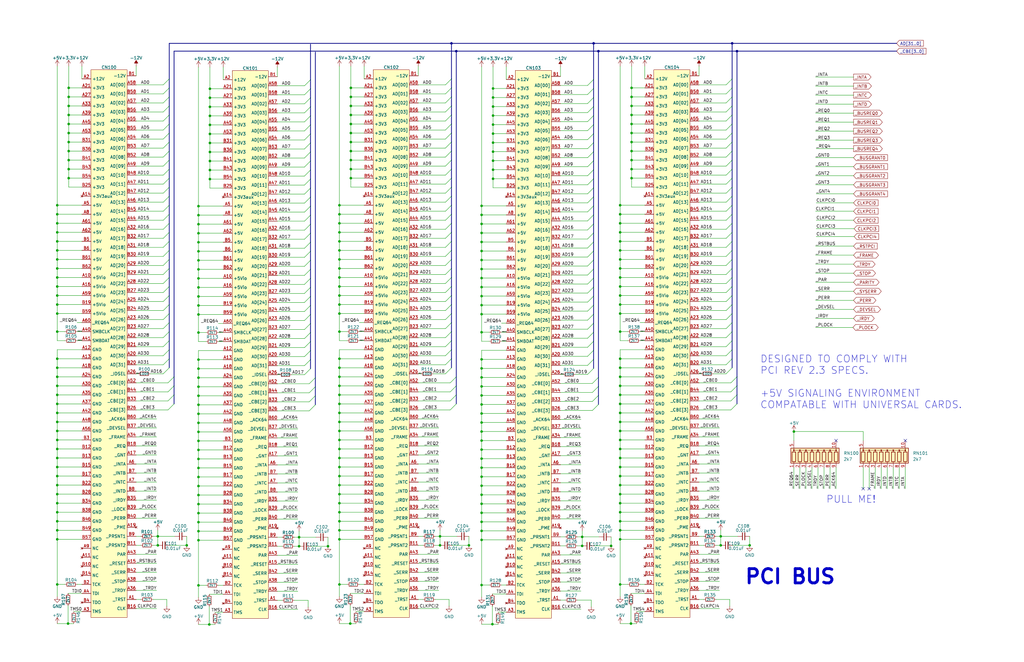
<source format=kicad_sch>
(kicad_sch (version 20230121) (generator eeschema)
  (paper "USLedger")
  (title_block (title "AMIGA PCI") (date "2023-05-28") (rev "1"))
  (junction (at 88.519 75.565))
  (junction (at 88.519 60.325))
  (junction (at 203.073 174.498))
  (junction (at 203.073 170.688))
  (junction (at 83.693 125.095))
  (junction (at 24.13 155.194))
  (junction (at 143.129 105.664))
  (junction (at 203.073 208.788))
  (junction (at 147.955 52.324))
  (junction (at 261.493 166.624))
  (junction (at 143.129 166.624))
  (junction (at 203.073 90.678))
  (junction (at 83.693 159.385))
  (junction (at 310.769 21.59))
  (junction (at 261.493 128.524))
  (junction (at 83.693 106.045))
  (junction (at 83.693 167.005))
  (junction (at 24.13 151.384))
  (junction (at 83.693 132.715))
  (junction (at 143.129 185.674))
  (junction (at 83.693 186.055))
  (junction (at 143.129 128.524))
  (junction (at 147.955 48.514))
  (junction (at 207.899 48.768))
  (junction (at 83.693 163.195))
  (junction (at 266.065 263.144))
  (junction (at 24.13 105.664))
  (junction (at 24.13 178.054))
  (junction (at 203.073 204.978))
  (junction (at 143.129 193.294))
  (junction (at 207.899 67.818))
  (junction (at 24.13 101.854))
  (junction (at 143.129 101.854))
  (junction (at 83.693 102.235))
  (junction (at 203.073 151.638))
  (junction (at 261.493 170.434))
  (junction (at 261.493 90.424))
  (junction (at 261.493 189.484))
  (junction (at 261.493 155.194))
  (junction (at 83.693 227.965))
  (junction (at 83.693 220.345))
  (junction (at 24.13 109.474))
  (junction (at 83.693 224.155))
  (junction (at 266.319 40.894))
  (junction (at 24.13 90.424))
  (junction (at 83.693 113.665))
  (junction (at 83.693 155.575))
  (junction (at 143.129 162.814))
  (junction (at 266.319 48.514))
  (junction (at 203.073 182.118))
  (junction (at 147.955 56.134))
  (junction (at 143.129 178.054))
  (junction (at 261.493 185.674))
  (junction (at 24.13 185.674))
  (junction (at 261.493 227.584))
  (junction (at 83.693 109.855))
  (junction (at 261.493 193.294))
  (junction (at 83.693 90.805))
  (junction (at 203.073 189.738))
  (junction (at 138.303 230.505))
  (junction (at 28.956 75.184))
  (junction (at 24.13 113.284))
  (junction (at 24.13 166.624))
  (junction (at 185.547 226.314))
  (junction (at 83.693 128.905))
  (junction (at 83.693 170.815))
  (junction (at 203.073 124.968))
  (junction (at 143.129 155.194))
  (junction (at 143.129 139.954))
  (junction (at 147.955 67.564))
  (junction (at 24.13 227.584))
  (junction (at 83.693 208.915))
  (junction (at 143.129 204.724))
  (junction (at 28.956 56.134))
  (junction (at 143.129 181.864))
  (junction (at 147.955 44.704))
  (junction (at 24.13 132.334))
  (junction (at 252.349 21.59))
  (junction (at 261.493 197.104))
  (junction (at 261.493 178.054))
  (junction (at 24.13 98.044))
  (junction (at 203.073 166.878))
  (junction (at 83.693 182.245))
  (junction (at 266.319 44.704))
  (junction (at 207.899 60.198))
  (junction (at 203.073 216.408))
  (junction (at 24.13 223.774))
  (junction (at 24.13 200.914))
  (junction (at 261.493 246.634))
  (junction (at 24.13 94.234))
  (junction (at 147.955 37.084))
  (junction (at 203.073 140.208))
  (junction (at 24.13 162.814))
  (junction (at 203.073 163.068))
  (junction (at 24.13 193.294))
  (junction (at 147.955 59.944))
  (junction (at 88.519 48.895))
  (junction (at 203.073 109.728))
  (junction (at 303.911 226.314))
  (junction (at 261.493 174.244))
  (junction (at 261.493 223.774))
  (junction (at 203.073 185.928))
  (junction (at 83.693 247.015))
  (junction (at 261.493 151.384))
  (junction (at 143.129 86.614))
  (junction (at 207.899 64.008))
  (junction (at 143.129 197.104))
  (junction (at 261.493 113.284))
  (junction (at 261.493 94.234))
  (junction (at 83.693 94.615))
  (junction (at 203.073 224.028))
  (junction (at 245.491 230.378))
  (junction (at 83.693 193.675))
  (junction (at 24.13 219.964))
  (junction (at 316.103 230.124))
  (junction (at 24.13 189.484))
  (junction (at 143.129 208.534))
  (junction (at 88.265 263.525))
  (junction (at 261.493 120.904))
  (junction (at 143.129 90.424))
  (junction (at 143.129 98.044))
  (junction (at 203.073 201.168))
  (junction (at 261.493 219.964))
  (junction (at 203.073 94.488))
  (junction (at 207.899 41.148))
  (junction (at 83.693 178.435))
  (junction (at 203.073 155.448))
  (junction (at 66.548 226.314))
  (junction (at 143.129 216.154))
  (junction (at 143.129 113.284))
  (junction (at 28.702 263.144))
  (junction (at 203.073 212.598))
  (junction (at 88.519 67.945))
  (junction (at 143.129 212.344))
  (junction (at 261.493 181.864))
  (junction (at 66.548 230.124))
  (junction (at 147.955 63.754))
  (junction (at 24.13 181.864))
  (junction (at 143.129 117.094))
  (junction (at 207.899 71.628))
  (junction (at 88.519 37.465))
  (junction (at 207.899 52.578))
  (junction (at 28.956 71.374))
  (junction (at 24.13 86.614))
  (junction (at 24.13 139.954))
  (junction (at 192.405 21.59))
  (junction (at 250.317 18.288))
  (junction (at 207.645 263.398))
  (junction (at 88.519 64.135))
  (junction (at 126.111 230.505))
  (junction (at 257.683 230.378))
  (junction (at 266.319 37.084))
  (junction (at 203.073 113.538))
  (junction (at 143.129 219.964))
  (junction (at 203.073 193.548))
  (junction (at 203.073 132.588))
  (junction (at 266.319 63.754))
  (junction (at 88.519 56.515))
  (junction (at 261.493 200.914))
  (junction (at 143.129 159.004))
  (junction (at 147.955 40.894))
  (junction (at 266.319 71.374))
  (junction (at 24.13 120.904))
  (junction (at 143.129 200.914))
  (junction (at 24.13 128.524))
  (junction (at 261.493 159.004))
  (junction (at 261.493 109.474))
  (junction (at 245.491 226.568))
  (junction (at 203.073 121.158))
  (junction (at 143.129 132.334))
  (junction (at 203.073 159.258))
  (junction (at 83.693 212.725))
  (junction (at 83.693 98.425))
  (junction (at 261.493 132.334))
  (junction (at 203.073 227.838))
  (junction (at 207.899 37.338))
  (junction (at 261.493 117.094))
  (junction (at 24.13 246.634))
  (junction (at 261.493 98.044))
  (junction (at 24.13 208.534))
  (junction (at 203.073 246.888))
  (junction (at 266.319 59.944))
  (junction (at 24.13 216.154))
  (junction (at 83.693 216.535))
  (junction (at 83.693 189.865))
  (junction (at 303.911 230.124))
  (junction (at 143.129 94.234))
  (junction (at 203.073 105.918))
  (junction (at 126.111 226.695))
  (junction (at 266.319 52.324))
  (junction (at 143.129 223.774))
  (junction (at 207.899 56.388))
  (junction (at 83.693 121.285))
  (junction (at 83.693 201.295))
  (junction (at 83.693 140.335))
  (junction (at 24.13 174.244))
  (junction (at 28.956 67.564))
  (junction (at 143.129 124.714))
  (junction (at 261.493 139.954))
  (junction (at 266.319 75.184))
  (junction (at 261.493 216.154))
  (junction (at 147.955 71.374))
  (junction (at 261.493 124.714))
  (junction (at 190.373 18.288))
  (junction (at 261.493 212.344))
  (junction (at 143.129 109.474))
  (junction (at 28.956 48.514))
  (junction (at 261.493 86.614))
  (junction (at 261.493 204.724))
  (junction (at 203.073 220.218))
  (junction (at 308.737 18.288))
  (junction (at 24.13 124.714))
  (junction (at 266.319 56.134))
  (junction (at 147.701 263.144))
  (junction (at 203.073 178.308))
  (junction (at 28.956 52.324))
  (junction (at 261.493 208.534))
  (junction (at 207.899 44.958))
  (junction (at 83.693 174.625))
  (junction (at 203.073 98.298))
  (junction (at 83.693 151.765))
  (junction (at 143.129 227.584))
  (junction (at 334.772 182.118))
  (junction (at 78.74 230.124))
  (junction (at 24.13 159.004))
  (junction (at 88.519 52.705))
  (junction (at 24.13 170.434))
  (junction (at 28.956 63.754))
  (junction (at 143.129 151.384))
  (junction (at 24.13 212.344))
  (junction (at 83.693 86.995))
  (junction (at 207.899 75.438))
  (junction (at 197.739 230.124))
  (junction (at 143.129 189.484))
  (junction (at 143.129 170.434))
  (junction (at 143.129 120.904))
  (junction (at 24.13 117.094))
  (junction (at 143.129 174.244))
  (junction (at 185.547 230.124))
  (junction (at 28.956 59.944))
  (junction (at 203.073 128.778))
  (junction (at 261.493 105.664))
  (junction (at 266.319 67.564))
  (junction (at 261.493 162.814))
  (junction (at 203.073 86.868))
  (junction (at 83.693 205.105))
  (junction (at 88.519 41.275))
  (junction (at 203.073 102.108))
  (junction (at 88.519 45.085))
  (junction (at 203.073 117.348))
  (junction (at 83.693 117.475))
  (junction (at 203.073 197.358))
  (junction (at 28.956 37.084))
  (junction (at 261.493 101.854))
  (junction (at 28.956 40.894))
  (junction (at 24.13 204.724))
  (junction (at 24.13 197.104))
  (junction (at 83.693 197.485))
  (junction (at 28.956 44.704))
  (junction (at 143.129 246.634))
  (junction (at 147.955 75.184))
  (junction (at 88.519 71.755))
  (no_connect (at 366.522 206.248))
  (no_connect (at 352.552 185.928))
  (no_connect (at 363.982 206.248))
  (no_connect (at 381.762 185.928))
  (bus_entry (at 70.866 169.164) (size 2.54 -2.54))
  (bus_entry (at 128.397 150.495) (size 2.54 -2.54))
  (bus_entry (at 130.429 161.925) (size 2.54 -2.54))
  (bus_entry (at 306.197 47.244) (size 2.54 -2.54))
  (bus_entry (at 247.777 112.268) (size 2.54 -2.54))
  (bus_entry (at 306.197 96.774) (size 2.54 -2.54))
  (bus_entry (at 68.834 70.104) (size 2.54 -2.54))
  (bus_entry (at 306.197 35.814) (size 2.54 -2.54))
  (bus_entry (at 128.397 123.825) (size 2.54 -2.54))
  (bus_entry (at 187.833 73.914) (size 2.54 -2.54))
  (bus_entry (at 68.834 100.584) (size 2.54 -2.54))
  (bus_entry (at 68.834 157.734) (size 2.54 -2.54))
  (bus_entry (at 249.809 165.608) (size 2.54 -2.54))
  (bus_entry (at 128.397 142.875) (size 2.54 -2.54))
  (bus_entry (at 247.777 100.838) (size 2.54 -2.54))
  (bus_entry (at 130.429 169.545) (size 2.54 -2.54))
  (bus_entry (at 306.197 81.534) (size 2.54 -2.54))
  (bus_entry (at 247.777 36.068) (size 2.54 -2.54))
  (bus_entry (at 187.833 96.774) (size 2.54 -2.54))
  (bus_entry (at 68.834 54.864) (size 2.54 -2.54))
  (bus_entry (at 306.197 92.964) (size 2.54 -2.54))
  (bus_entry (at 306.197 112.014) (size 2.54 -2.54))
  (bus_entry (at 128.397 55.245) (size 2.54 -2.54))
  (bus_entry (at 68.834 51.054) (size 2.54 -2.54))
  (bus_entry (at 247.777 77.978) (size 2.54 -2.54))
  (bus_entry (at 187.833 81.534) (size 2.54 -2.54))
  (bus_entry (at 249.809 173.228) (size 2.54 -2.54))
  (bus_entry (at 247.777 97.028) (size 2.54 -2.54))
  (bus_entry (at 247.777 135.128) (size 2.54 -2.54))
  (bus_entry (at 70.866 165.354) (size 2.54 -2.54))
  (bus_entry (at 128.397 158.115) (size 2.54 -2.54))
  (bus_entry (at 187.833 138.684) (size 2.54 -2.54))
  (bus_entry (at 128.397 146.685) (size 2.54 -2.54))
  (bus_entry (at 306.197 77.724) (size 2.54 -2.54))
  (bus_entry (at 128.397 97.155) (size 2.54 -2.54))
  (bus_entry (at 187.833 39.624) (size 2.54 -2.54))
  (bus_entry (at 128.397 89.535) (size 2.54 -2.54))
  (bus_entry (at 128.397 104.775) (size 2.54 -2.54))
  (bus_entry (at 68.834 43.434) (size 2.54 -2.54))
  (bus_entry (at 247.777 116.078) (size 2.54 -2.54))
  (bus_entry (at 68.834 89.154) (size 2.54 -2.54))
  (bus_entry (at 68.834 47.244) (size 2.54 -2.54))
  (bus_entry (at 187.833 115.824) (size 2.54 -2.54))
  (bus_entry (at 128.397 62.865) (size 2.54 -2.54))
  (bus_entry (at 128.397 47.625) (size 2.54 -2.54))
  (bus_entry (at 68.834 112.014) (size 2.54 -2.54))
  (bus_entry (at 306.197 73.914) (size 2.54 -2.54))
  (bus_entry (at 187.833 134.874) (size 2.54 -2.54))
  (bus_entry (at 306.197 108.204) (size 2.54 -2.54))
  (bus_entry (at 247.777 108.458) (size 2.54 -2.54))
  (bus_entry (at 247.777 85.598) (size 2.54 -2.54))
  (bus_entry (at 128.397 51.435) (size 2.54 -2.54))
  (bus_entry (at 189.865 169.164) (size 2.54 -2.54))
  (bus_entry (at 306.197 134.874) (size 2.54 -2.54))
  (bus_entry (at 189.865 165.354) (size 2.54 -2.54))
  (bus_entry (at 68.834 123.444) (size 2.54 -2.54))
  (bus_entry (at 128.397 100.965) (size 2.54 -2.54))
  (bus_entry (at 247.777 55.118) (size 2.54 -2.54))
  (bus_entry (at 249.809 161.798) (size 2.54 -2.54))
  (bus_entry (at 247.777 70.358) (size 2.54 -2.54))
  (bus_entry (at 306.197 123.444) (size 2.54 -2.54))
  (bus_entry (at 306.197 119.634) (size 2.54 -2.54))
  (bus_entry (at 128.397 116.205) (size 2.54 -2.54))
  (bus_entry (at 187.833 35.814) (size 2.54 -2.54))
  (bus_entry (at 128.397 66.675) (size 2.54 -2.54))
  (bus_entry (at 128.397 36.195) (size 2.54 -2.54))
  (bus_entry (at 187.833 127.254) (size 2.54 -2.54))
  (bus_entry (at 247.777 66.548) (size 2.54 -2.54))
  (bus_entry (at 130.429 173.355) (size 2.54 -2.54))
  (bus_entry (at 247.777 51.308) (size 2.54 -2.54))
  (bus_entry (at 128.397 85.725) (size 2.54 -2.54))
  (bus_entry (at 68.834 146.304) (size 2.54 -2.54))
  (bus_entry (at 128.397 74.295) (size 2.54 -2.54))
  (bus_entry (at 187.833 123.444) (size 2.54 -2.54))
  (bus_entry (at 306.197 51.054) (size 2.54 -2.54))
  (bus_entry (at 247.777 157.988) (size 2.54 -2.54))
  (bus_entry (at 128.397 135.255) (size 2.54 -2.54))
  (bus_entry (at 68.834 127.254) (size 2.54 -2.54))
  (bus_entry (at 306.197 153.924) (size 2.54 -2.54))
  (bus_entry (at 306.197 85.344) (size 2.54 -2.54))
  (bus_entry (at 68.834 131.064) (size 2.54 -2.54))
  (bus_entry (at 68.834 77.724) (size 2.54 -2.54))
  (bus_entry (at 247.777 150.368) (size 2.54 -2.54))
  (bus_entry (at 247.777 119.888) (size 2.54 -2.54))
  (bus_entry (at 68.834 142.494) (size 2.54 -2.54))
  (bus_entry (at 247.777 142.748) (size 2.54 -2.54))
  (bus_entry (at 247.777 104.648) (size 2.54 -2.54))
  (bus_entry (at 306.197 157.734) (size 2.54 -2.54))
  (bus_entry (at 308.229 172.974) (size 2.54 -2.54))
  (bus_entry (at 247.777 89.408) (size 2.54 -2.54))
  (bus_entry (at 187.833 100.584) (size 2.54 -2.54))
  (bus_entry (at 306.197 39.624) (size 2.54 -2.54))
  (bus_entry (at 247.777 47.498) (size 2.54 -2.54))
  (bus_entry (at 68.834 58.674) (size 2.54 -2.54))
  (bus_entry (at 128.397 139.065) (size 2.54 -2.54))
  (bus_entry (at 249.809 169.418) (size 2.54 -2.54))
  (bus_entry (at 187.833 104.394) (size 2.54 -2.54))
  (bus_entry (at 68.834 104.394) (size 2.54 -2.54))
  (bus_entry (at 68.834 150.114) (size 2.54 -2.54))
  (bus_entry (at 68.834 119.634) (size 2.54 -2.54))
  (bus_entry (at 187.833 43.434) (size 2.54 -2.54))
  (bus_entry (at 128.397 81.915) (size 2.54 -2.54))
  (bus_entry (at 128.397 131.445) (size 2.54 -2.54))
  (bus_entry (at 128.397 70.485) (size 2.54 -2.54))
  (bus_entry (at 68.834 92.964) (size 2.54 -2.54))
  (bus_entry (at 306.197 142.494) (size 2.54 -2.54))
  (bus_entry (at 187.833 70.104) (size 2.54 -2.54))
  (bus_entry (at 128.397 108.585) (size 2.54 -2.54))
  (bus_entry (at 306.197 115.824) (size 2.54 -2.54))
  (bus_entry (at 306.197 89.154) (size 2.54 -2.54))
  (bus_entry (at 128.397 93.345) (size 2.54 -2.54))
  (bus_entry (at 306.197 150.114) (size 2.54 -2.54))
  (bus_entry (at 247.777 58.928) (size 2.54 -2.54))
  (bus_entry (at 247.777 39.878) (size 2.54 -2.54))
  (bus_entry (at 187.833 54.864) (size 2.54 -2.54))
  (bus_entry (at 308.229 165.354) (size 2.54 -2.54))
  (bus_entry (at 306.197 43.434) (size 2.54 -2.54))
  (bus_entry (at 128.397 59.055) (size 2.54 -2.54))
  (bus_entry (at 247.777 123.698) (size 2.54 -2.54))
  (bus_entry (at 128.397 40.005) (size 2.54 -2.54))
  (bus_entry (at 247.777 81.788) (size 2.54 -2.54))
  (bus_entry (at 187.833 47.244) (size 2.54 -2.54))
  (bus_entry (at 247.777 74.168) (size 2.54 -2.54))
  (bus_entry (at 68.834 115.824) (size 2.54 -2.54))
  (bus_entry (at 70.866 161.544) (size 2.54 -2.54))
  (bus_entry (at 247.777 154.178) (size 2.54 -2.54))
  (bus_entry (at 187.833 112.014) (size 2.54 -2.54))
  (bus_entry (at 306.197 138.684) (size 2.54 -2.54))
  (bus_entry (at 189.865 161.544) (size 2.54 -2.54))
  (bus_entry (at 189.865 172.974) (size 2.54 -2.54))
  (bus_entry (at 68.834 153.924) (size 2.54 -2.54))
  (bus_entry (at 247.777 93.218) (size 2.54 -2.54))
  (bus_entry (at 128.397 127.635) (size 2.54 -2.54))
  (bus_entry (at 306.197 66.294) (size 2.54 -2.54))
  (bus_entry (at 187.833 85.344) (size 2.54 -2.54))
  (bus_entry (at 68.834 73.914) (size 2.54 -2.54))
  (bus_entry (at 68.834 81.534) (size 2.54 -2.54))
  (bus_entry (at 68.834 138.684) (size 2.54 -2.54))
  (bus_entry (at 187.833 146.304) (size 2.54 -2.54))
  (bus_entry (at 247.777 62.738) (size 2.54 -2.54))
  (bus_entry (at 187.833 92.964) (size 2.54 -2.54))
  (bus_entry (at 187.833 142.494) (size 2.54 -2.54))
  (bus_entry (at 187.833 119.634) (size 2.54 -2.54))
  (bus_entry (at 68.834 39.624) (size 2.54 -2.54))
  (bus_entry (at 306.197 131.064) (size 2.54 -2.54))
  (bus_entry (at 306.197 104.394) (size 2.54 -2.54))
  (bus_entry (at 68.834 96.774) (size 2.54 -2.54))
  (bus_entry (at 187.833 89.154) (size 2.54 -2.54))
  (bus_entry (at 70.866 172.974) (size 2.54 -2.54))
  (bus_entry (at 247.777 138.938) (size 2.54 -2.54))
  (bus_entry (at 68.834 108.204) (size 2.54 -2.54))
  (bus_entry (at 187.833 58.674) (size 2.54 -2.54))
  (bus_entry (at 128.397 154.305) (size 2.54 -2.54))
  (bus_entry (at 306.197 146.304) (size 2.54 -2.54))
  (bus_entry (at 187.833 62.484) (size 2.54 -2.54))
  (bus_entry (at 306.197 62.484) (size 2.54 -2.54))
  (bus_entry (at 187.833 131.064) (size 2.54 -2.54))
  (bus_entry (at 187.833 77.724) (size 2.54 -2.54))
  (bus_entry (at 68.834 35.814) (size 2.54 -2.54))
  (bus_entry (at 128.397 112.395) (size 2.54 -2.54))
  (bus_entry (at 306.197 127.254) (size 2.54 -2.54))
  (bus_entry (at 308.229 161.544) (size 2.54 -2.54))
  (bus_entry (at 128.397 43.815) (size 2.54 -2.54))
  (bus_entry (at 68.834 66.294) (size 2.54 -2.54))
  (bus_entry (at 68.834 134.874) (size 2.54 -2.54))
  (bus_entry (at 128.397 78.105) (size 2.54 -2.54))
  (bus_entry (at 130.429 165.735) (size 2.54 -2.54))
  (bus_entry (at 247.777 146.558) (size 2.54 -2.54))
  (bus_entry (at 306.197 58.674) (size 2.54 -2.54))
  (bus_entry (at 68.834 62.484) (size 2.54 -2.54))
  (bus_entry (at 247.777 131.318) (size 2.54 -2.54))
  (bus_entry (at 247.777 43.688) (size 2.54 -2.54))
  (bus_entry (at 187.833 150.114) (size 2.54 -2.54))
  (bus_entry (at 68.834 85.344) (size 2.54 -2.54))
  (bus_entry (at 306.197 100.584) (size 2.54 -2.54))
  (bus_entry (at 187.833 51.054) (size 2.54 -2.54))
  (bus_entry (at 187.833 157.734) (size 2.54 -2.54))
  (bus_entry (at 187.833 66.294) (size 2.54 -2.54))
  (bus_entry (at 306.197 70.104) (size 2.54 -2.54))
  (bus_entry (at 128.397 120.015) (size 2.54 -2.54))
  (bus_entry (at 187.833 153.924) (size 2.54 -2.54))
  (bus_entry (at 306.197 54.864) (size 2.54 -2.54))
  (bus_entry (at 247.777 127.508) (size 2.54 -2.54))
  (bus_entry (at 308.229 169.164) (size 2.54 -2.54))
  (bus_entry (at 187.833 108.204) (size 2.54 -2.54))
  (bus (pts (xy 190.373 82.804) (xy 190.373 86.614)))
  (wire (pts (xy 176.403 195.834) (xy 185.039 195.834)))
  (wire (pts (xy 143.129 181.864) (xy 143.129 185.674)))
  (wire (pts (xy 207.899 52.578) (xy 207.899 56.388)))
  (wire (pts (xy 245.491 224.028) (xy 245.491 226.568)))
  (wire (pts (xy 116.967 253.365) (xy 118.999 253.365)))
  (wire (pts (xy 207.899 48.768) (xy 213.487 48.768)))
  (bus (pts (xy 130.937 79.375) (xy 130.937 83.185)))
  (wire (pts (xy 203.073 90.678) (xy 203.073 86.868)))
  (wire (pts (xy 143.129 166.624) (xy 153.543 166.624)))
  (wire (pts (xy 88.519 64.135) (xy 94.107 64.135)))
  (wire (pts (xy 24.13 124.714) (xy 34.544 124.714)))
  (wire (pts (xy 116.967 165.735) (xy 130.429 165.735)))
  (wire (pts (xy 24.13 101.854) (xy 24.13 98.044)))
  (wire (pts (xy 203.073 185.928) (xy 213.487 185.928)))
  (wire (pts (xy 24.13 98.044) (xy 24.13 94.234)))
  (wire (pts (xy 83.693 117.475) (xy 94.107 117.475)))
  (wire (pts (xy 261.493 120.904) (xy 261.493 117.094)))
  (wire (pts (xy 343.916 122.936) (xy 359.918 122.936)))
  (wire (pts (xy 83.693 144.145) (xy 86.995 144.145)))
  (bus (pts (xy 308.737 113.284) (xy 308.737 117.094)))
  (wire (pts (xy 32.512 246.634) (xy 34.544 246.634)))
  (wire (pts (xy 57.404 58.674) (xy 68.834 58.674)))
  (wire (pts (xy 24.13 113.284) (xy 24.13 109.474)))
  (wire (pts (xy 88.519 37.465) (xy 88.519 41.275)))
  (wire (pts (xy 176.403 214.884) (xy 185.039 214.884)))
  (wire (pts (xy 83.693 102.235) (xy 83.693 98.425)))
  (bus (pts (xy 71.374 40.894) (xy 71.374 44.704)))
  (wire (pts (xy 294.767 188.214) (xy 303.403 188.214)))
  (bus (pts (xy 130.937 52.705) (xy 130.937 56.515)))
  (wire (pts (xy 88.519 60.325) (xy 94.107 60.325)))
  (wire (pts (xy 28.956 44.704) (xy 28.956 48.514)))
  (wire (pts (xy 83.693 90.805) (xy 94.107 90.805)))
  (wire (pts (xy 70.358 252.984) (xy 70.358 255.778)))
  (wire (pts (xy 83.693 128.905) (xy 83.693 125.095)))
  (bus (pts (xy 310.769 166.624) (xy 310.769 170.434)))
  (wire (pts (xy 24.13 90.424) (xy 24.13 86.614)))
  (wire (pts (xy 24.13 132.334) (xy 24.13 128.524)))
  (wire (pts (xy 57.404 81.534) (xy 68.834 81.534)))
  (bus (pts (xy 308.737 75.184) (xy 308.737 78.994)))
  (wire (pts (xy 28.956 40.894) (xy 34.544 40.894)))
  (bus (pts (xy 190.373 147.574) (xy 190.373 151.384)))
  (wire (pts (xy 143.129 189.484) (xy 143.129 193.294)))
  (bus (pts (xy 132.969 159.385) (xy 132.969 163.195)))
  (wire (pts (xy 83.693 113.665) (xy 83.693 109.855)))
  (wire (pts (xy 24.13 223.774) (xy 24.13 227.584)))
  (wire (pts (xy 236.347 77.978) (xy 247.777 77.978)))
  (wire (pts (xy 261.493 170.434) (xy 271.907 170.434)))
  (wire (pts (xy 116.967 146.685) (xy 128.397 146.685)))
  (wire (pts (xy 266.319 56.134) (xy 266.319 59.944)))
  (wire (pts (xy 203.073 212.598) (xy 213.487 212.598)))
  (wire (pts (xy 294.767 157.734) (xy 295.656 157.734)))
  (bus (pts (xy 190.373 18.288) (xy 190.373 33.274)))
  (wire (pts (xy 90.678 258.445) (xy 94.107 258.445)))
  (wire (pts (xy 294.767 184.404) (xy 303.403 184.404)))
  (bus (pts (xy 71.374 139.954) (xy 71.374 143.764)))
  (wire (pts (xy 28.956 52.324) (xy 34.544 52.324)))
  (wire (pts (xy 28.956 71.374) (xy 34.544 71.374)))
  (wire (pts (xy 261.493 113.284) (xy 271.907 113.284)))
  (wire (pts (xy 116.967 78.105) (xy 128.397 78.105)))
  (wire (pts (xy 24.13 162.814) (xy 24.13 166.624)))
  (wire (pts (xy 266.319 44.704) (xy 271.907 44.704)))
  (wire (pts (xy 143.129 132.334) (xy 143.129 139.954)))
  (wire (pts (xy 24.13 155.194) (xy 24.13 159.004)))
  (bus (pts (xy 308.737 33.274) (xy 308.737 18.288)))
  (wire (pts (xy 57.404 150.114) (xy 68.834 150.114)))
  (bus (pts (xy 250.317 117.348) (xy 250.317 121.158)))
  (bus (pts (xy 308.737 44.704) (xy 308.737 48.514)))
  (wire (pts (xy 294.767 39.624) (xy 306.197 39.624)))
  (wire (pts (xy 176.403 176.784) (xy 185.039 176.784)))
  (wire (pts (xy 143.129 27.94) (xy 143.129 86.614)))
  (wire (pts (xy 129.921 253.365) (xy 124.079 253.365)))
  (wire (pts (xy 261.493 166.624) (xy 271.907 166.624)))
  (wire (pts (xy 176.403 43.434) (xy 187.833 43.434)))
  (wire (pts (xy 236.347 39.878) (xy 247.777 39.878)))
  (wire (pts (xy 294.767 142.494) (xy 306.197 142.494)))
  (bus (pts (xy 71.374 120.904) (xy 71.374 124.714)))
  (bus (pts (xy 310.769 21.59) (xy 378.079 21.59)))
  (wire (pts (xy 83.693 94.615) (xy 94.107 94.615)))
  (wire (pts (xy 294.767 62.484) (xy 306.197 62.484)))
  (wire (pts (xy 176.403 47.244) (xy 187.833 47.244)))
  (wire (pts (xy 143.129 178.054) (xy 153.543 178.054)))
  (wire (pts (xy 236.347 81.788) (xy 247.777 81.788)))
  (wire (pts (xy 116.967 40.005) (xy 128.397 40.005)))
  (bus (pts (xy 73.406 21.59) (xy 192.405 21.59)))
  (wire (pts (xy 203.073 151.638) (xy 203.073 155.448)))
  (bus (pts (xy 190.373 120.904) (xy 190.373 124.714)))
  (wire (pts (xy 153.543 27.94) (xy 153.543 33.274)))
  (wire (pts (xy 57.404 27.94) (xy 57.404 32.004)))
  (wire (pts (xy 143.129 185.674) (xy 143.129 189.484)))
  (bus (pts (xy 130.937 117.475) (xy 130.937 121.285)))
  (wire (pts (xy 176.403 256.794) (xy 185.039 256.794)))
  (wire (pts (xy 143.129 132.334) (xy 143.129 128.524)))
  (wire (pts (xy 24.13 181.864) (xy 24.13 185.674)))
  (wire (pts (xy 343.916 130.556) (xy 359.918 130.556)))
  (wire (pts (xy 236.347 51.308) (xy 247.777 51.308)))
  (bus (pts (xy 130.937 109.855) (xy 130.937 113.665)))
  (bus (pts (xy 71.374 132.334) (xy 71.374 136.144)))
  (wire (pts (xy 143.129 155.194) (xy 153.543 155.194)))
  (wire (pts (xy 261.493 94.234) (xy 271.907 94.234)))
  (wire (pts (xy 147.955 27.94) (xy 147.955 37.084)))
  (wire (pts (xy 83.693 163.195) (xy 83.693 167.005)))
  (wire (pts (xy 176.403 62.484) (xy 187.833 62.484)))
  (bus (pts (xy 308.737 33.274) (xy 308.737 37.084)))
  (bus (pts (xy 190.373 136.144) (xy 190.373 139.954)))
  (wire (pts (xy 176.403 153.924) (xy 187.833 153.924)))
  (wire (pts (xy 83.693 147.955) (xy 83.693 151.765)))
  (wire (pts (xy 203.073 90.678) (xy 213.487 90.678)))
  (bus (pts (xy 250.317 121.158) (xy 250.317 124.968)))
  (wire (pts (xy 88.265 255.905) (xy 88.265 263.525)))
  (wire (pts (xy 266.319 37.084) (xy 271.907 37.084)))
  (wire (pts (xy 116.967 158.115) (xy 117.856 158.115)))
  (wire (pts (xy 236.347 100.838) (xy 247.777 100.838)))
  (wire (pts (xy 116.967 245.745) (xy 125.603 245.745)))
  (wire (pts (xy 243.459 226.568) (xy 245.491 226.568)))
  (wire (pts (xy 203.073 163.068) (xy 203.073 166.878)))
  (wire (pts (xy 261.493 155.194) (xy 271.907 155.194)))
  (bus (pts (xy 71.374 136.144) (xy 71.374 139.954)))
  (wire (pts (xy 261.493 162.814) (xy 271.907 162.814)))
  (bus (pts (xy 250.317 128.778) (xy 250.317 132.588)))
  (wire (pts (xy 57.404 214.884) (xy 66.04 214.884)))
  (wire (pts (xy 294.767 195.834) (xy 303.403 195.834)))
  (wire (pts (xy 83.693 178.435) (xy 83.693 182.245)))
  (wire (pts (xy 261.493 197.104) (xy 271.907 197.104)))
  (wire (pts (xy 143.129 223.774) (xy 143.129 227.584)))
  (wire (pts (xy 116.967 180.975) (xy 125.603 180.975)))
  (wire (pts (xy 28.956 37.084) (xy 34.544 37.084)))
  (wire (pts (xy 266.319 59.944) (xy 266.319 63.754)))
  (wire (pts (xy 203.073 113.538) (xy 203.073 109.728)))
  (wire (pts (xy 88.519 41.275) (xy 94.107 41.275)))
  (wire (pts (xy 203.073 109.728) (xy 213.487 109.728)))
  (wire (pts (xy 236.347 150.368) (xy 247.777 150.368)))
  (wire (pts (xy 83.693 201.295) (xy 94.107 201.295)))
  (wire (pts (xy 176.403 100.584) (xy 187.833 100.584)))
  (wire (pts (xy 207.645 250.698) (xy 213.487 250.698)))
  (wire (pts (xy 143.129 117.094) (xy 143.129 113.284)))
  (wire (pts (xy 203.073 128.778) (xy 203.073 124.968)))
  (wire (pts (xy 28.956 40.894) (xy 28.956 44.704)))
  (wire (pts (xy 64.516 230.124) (xy 66.548 230.124)))
  (wire (pts (xy 294.767 241.554) (xy 303.403 241.554)))
  (wire (pts (xy 261.493 124.714) (xy 261.493 120.904)))
  (wire (pts (xy 150.114 258.064) (xy 153.543 258.064)))
  (wire (pts (xy 83.693 186.055) (xy 94.107 186.055)))
  (wire (pts (xy 236.347 36.068) (xy 247.777 36.068)))
  (wire (pts (xy 266.065 255.524) (xy 266.065 263.144)))
  (bus (pts (xy 130.937 71.755) (xy 130.937 75.565)))
  (wire (pts (xy 207.899 67.818) (xy 213.487 67.818)))
  (wire (pts (xy 261.493 178.054) (xy 271.907 178.054)))
  (wire (pts (xy 143.129 105.664) (xy 153.543 105.664)))
  (wire (pts (xy 83.693 125.095) (xy 94.107 125.095)))
  (bus (pts (xy 308.737 67.564) (xy 308.737 71.374)))
  (bus (pts (xy 71.374 113.284) (xy 71.374 117.094)))
  (bus (pts (xy 308.737 90.424) (xy 308.737 94.234)))
  (wire (pts (xy 83.693 182.245) (xy 83.693 186.055)))
  (wire (pts (xy 126.111 226.695) (xy 126.111 230.505)))
  (wire (pts (xy 143.129 151.384) (xy 153.543 151.384)))
  (wire (pts (xy 261.493 90.424) (xy 271.907 90.424)))
  (wire (pts (xy 92.075 140.335) (xy 94.107 140.335)))
  (wire (pts (xy 176.403 192.024) (xy 185.039 192.024)))
  (wire (pts (xy 83.693 224.155) (xy 94.107 224.155)))
  (wire (pts (xy 294.767 134.874) (xy 306.197 134.874)))
  (wire (pts (xy 207.899 48.768) (xy 207.899 52.578)))
  (wire (pts (xy 57.404 85.344) (xy 68.834 85.344)))
  (wire (pts (xy 294.767 131.064) (xy 306.197 131.064)))
  (wire (pts (xy 207.899 56.388) (xy 207.899 60.198)))
  (wire (pts (xy 207.899 60.198) (xy 213.487 60.198)))
  (wire (pts (xy 143.129 124.714) (xy 143.129 120.904)))
  (wire (pts (xy 269.875 246.634) (xy 271.907 246.634)))
  (wire (pts (xy 301.879 226.314) (xy 303.911 226.314)))
  (wire (pts (xy 57.404 51.054) (xy 68.834 51.054)))
  (wire (pts (xy 83.693 205.105) (xy 94.107 205.105)))
  (wire (pts (xy 57.404 249.174) (xy 66.04 249.174)))
  (wire (pts (xy 143.129 216.154) (xy 153.543 216.154)))
  (wire (pts (xy 83.693 163.195) (xy 94.107 163.195)))
  (wire (pts (xy 294.767 192.024) (xy 303.403 192.024)))
  (wire (pts (xy 83.693 216.535) (xy 94.107 216.535)))
  (wire (pts (xy 57.404 180.594) (xy 66.04 180.594)))
  (wire (pts (xy 57.404 104.394) (xy 68.834 104.394)))
  (wire (pts (xy 203.073 163.068) (xy 213.487 163.068)))
  (wire (pts (xy 203.073 201.168) (xy 203.073 204.978)))
  (wire (pts (xy 24.13 159.004) (xy 24.13 162.814)))
  (wire (pts (xy 203.073 132.588) (xy 203.073 140.208)))
  (wire (pts (xy 143.129 143.764) (xy 146.431 143.764)))
  (wire (pts (xy 236.347 142.748) (xy 247.777 142.748)))
  (wire (pts (xy 203.073 94.488) (xy 213.487 94.488)))
  (wire (pts (xy 28.956 59.944) (xy 34.544 59.944)))
  (wire (pts (xy 24.13 263.144) (xy 28.702 263.144)))
  (wire (pts (xy 261.493 101.854) (xy 261.493 98.044)))
  (wire (pts (xy 294.767 230.124) (xy 296.799 230.124)))
  (wire (pts (xy 28.956 75.184) (xy 34.544 75.184)))
  (bus (pts (xy 130.937 67.945) (xy 130.937 71.755)))
  (wire (pts (xy 24.13 212.344) (xy 34.544 212.344)))
  (wire (pts (xy 147.955 52.324) (xy 147.955 56.134)))
  (wire (pts (xy 24.13 200.914) (xy 34.544 200.914)))
  (bus (pts (xy 190.373 56.134) (xy 190.373 59.944)))
  (wire (pts (xy 83.693 220.345) (xy 94.107 220.345)))
  (bus (pts (xy 190.373 75.184) (xy 190.373 78.994)))
  (wire (pts (xy 176.403 112.014) (xy 187.833 112.014)))
  (wire (pts (xy 28.956 56.134) (xy 34.544 56.134)))
  (bus (pts (xy 308.737 151.384) (xy 308.737 155.194)))
  (wire (pts (xy 88.519 67.945) (xy 88.519 71.755)))
  (wire (pts (xy 143.129 189.484) (xy 153.543 189.484)))
  (wire (pts (xy 236.347 66.548) (xy 247.777 66.548)))
  (wire (pts (xy 236.347 58.928) (xy 247.777 58.928)))
  (bus (pts (xy 190.373 59.944) (xy 190.373 63.754)))
  (wire (pts (xy 266.319 48.514) (xy 266.319 52.324)))
  (wire (pts (xy 28.956 48.514) (xy 28.956 52.324)))
  (wire (pts (xy 143.129 219.964) (xy 143.129 223.774)))
  (wire (pts (xy 78.74 230.124) (xy 78.74 226.314)))
  (wire (pts (xy 116.967 120.015) (xy 128.397 120.015)))
  (wire (pts (xy 294.767 43.434) (xy 306.197 43.434)))
  (bus (pts (xy 71.374 98.044) (xy 71.374 101.854)))
  (wire (pts (xy 203.073 216.408) (xy 203.073 220.218)))
  (wire (pts (xy 24.13 162.814) (xy 34.544 162.814)))
  (wire (pts (xy 176.403 123.444) (xy 187.833 123.444)))
  (wire (pts (xy 176.403 230.124) (xy 178.435 230.124)))
  (bus (pts (xy 190.373 128.524) (xy 190.373 132.334)))
  (wire (pts (xy 261.493 216.154) (xy 271.907 216.154)))
  (wire (pts (xy 116.967 150.495) (xy 128.397 150.495)))
  (bus (pts (xy 71.374 151.384) (xy 71.374 155.194)))
  (wire (pts (xy 261.493 98.044) (xy 261.493 94.234)))
  (wire (pts (xy 57.404 146.304) (xy 68.834 146.304)))
  (wire (pts (xy 143.129 94.234) (xy 153.543 94.234)))
  (wire (pts (xy 116.967 59.055) (xy 128.397 59.055)))
  (wire (pts (xy 266.319 71.374) (xy 271.907 71.374)))
  (wire (pts (xy 83.693 197.485) (xy 83.693 201.295)))
  (wire (pts (xy 83.693 128.905) (xy 94.107 128.905)))
  (wire (pts (xy 303.911 223.774) (xy 303.911 226.314)))
  (bus (pts (xy 190.373 117.094) (xy 190.373 120.904)))
  (wire (pts (xy 147.701 255.524) (xy 147.701 263.144)))
  (wire (pts (xy 294.767 165.354) (xy 308.229 165.354)))
  (wire (pts (xy 57.404 39.624) (xy 68.834 39.624)))
  (wire (pts (xy 116.967 211.455) (xy 125.603 211.455)))
  (wire (pts (xy 147.955 40.894) (xy 147.955 44.704)))
  (wire (pts (xy 294.767 85.344) (xy 306.197 85.344)))
  (wire (pts (xy 24.13 27.94) (xy 24.13 86.614)))
  (wire (pts (xy 213.487 132.588) (xy 203.073 132.588)))
  (bus (pts (xy 71.374 124.714) (xy 71.374 128.524)))
  (wire (pts (xy 271.907 78.994) (xy 266.319 78.994)))
  (bus (pts (xy 252.349 21.59) (xy 310.769 21.59)))
  (wire (pts (xy 28.702 250.444) (xy 34.544 250.444)))
  (wire (pts (xy 271.907 27.94) (xy 271.907 33.274)))
  (wire (pts (xy 266.319 48.514) (xy 271.907 48.514)))
  (wire (pts (xy 116.967 192.405) (xy 125.603 192.405)))
  (wire (pts (xy 236.347 196.088) (xy 244.983 196.088)))
  (wire (pts (xy 236.347 188.468) (xy 244.983 188.468)))
  (wire (pts (xy 203.073 155.448) (xy 203.073 159.258)))
  (wire (pts (xy 116.967 169.545) (xy 130.429 169.545)))
  (wire (pts (xy 261.493 159.004) (xy 271.907 159.004)))
  (wire (pts (xy 381.762 197.358) (xy 381.762 206.248)))
  (wire (pts (xy 83.693 151.765) (xy 83.693 155.575)))
  (wire (pts (xy 83.693 117.475) (xy 83.693 113.665)))
  (wire (pts (xy 88.519 56.515) (xy 94.107 56.515)))
  (wire (pts (xy 183.515 230.124) (xy 185.547 230.124)))
  (wire (pts (xy 261.493 166.624) (xy 261.493 170.434)))
  (wire (pts (xy 266.319 59.944) (xy 271.907 59.944)))
  (wire (pts (xy 24.13 212.344) (xy 24.13 216.154)))
  (wire (pts (xy 269.875 143.764) (xy 271.907 143.764)))
  (wire (pts (xy 176.403 150.114) (xy 187.833 150.114)))
  (wire (pts (xy 261.493 197.104) (xy 261.493 200.914)))
  (bus (pts (xy 192.405 21.59) (xy 252.349 21.59)))
  (wire (pts (xy 116.967 135.255) (xy 128.397 135.255)))
  (wire (pts (xy 57.404 115.824) (xy 68.834 115.824)))
  (wire (pts (xy 143.129 185.674) (xy 153.543 185.674)))
  (wire (pts (xy 147.955 75.184) (xy 147.955 78.994)))
  (wire (pts (xy 143.129 113.284) (xy 143.129 109.474)))
  (wire (pts (xy 57.404 169.164) (xy 70.866 169.164)))
  (wire (pts (xy 344.17 92.964) (xy 359.918 92.964)))
  (bus (pts (xy 71.374 18.288) (xy 190.373 18.288)))
  (wire (pts (xy 147.955 71.374) (xy 153.543 71.374)))
  (wire (pts (xy 236.347 28.194) (xy 236.347 32.258)))
  (wire (pts (xy 83.693 121.285) (xy 94.107 121.285)))
  (wire (pts (xy 28.956 63.754) (xy 28.956 67.564)))
  (wire (pts (xy 94.107 79.375) (xy 88.519 79.375)))
  (wire (pts (xy 203.073 193.548) (xy 213.487 193.548)))
  (wire (pts (xy 88.519 67.945) (xy 94.107 67.945)))
  (wire (pts (xy 236.347 127.508) (xy 247.777 127.508)))
  (wire (pts (xy 213.487 79.248) (xy 207.899 79.248)))
  (wire (pts (xy 116.967 142.875) (xy 128.397 142.875)))
  (wire (pts (xy 245.491 226.568) (xy 252.603 226.568)))
  (wire (pts (xy 24.13 189.484) (xy 34.544 189.484)))
  (wire (pts (xy 207.899 28.194) (xy 207.899 37.338)))
  (wire (pts (xy 147.955 56.134) (xy 153.543 56.134)))
  (wire (pts (xy 28.956 67.564) (xy 28.956 71.374)))
  (wire (pts (xy 116.967 127.635) (xy 128.397 127.635)))
  (wire (pts (xy 143.129 120.904) (xy 153.543 120.904)))
  (wire (pts (xy 57.404 138.684) (xy 68.834 138.684)))
  (wire (pts (xy 294.767 119.634) (xy 306.197 119.634)))
  (wire (pts (xy 57.404 47.244) (xy 68.834 47.244)))
  (wire (pts (xy 203.073 246.888) (xy 203.073 251.968)))
  (wire (pts (xy 24.13 109.474) (xy 24.13 105.664)))
  (bus (pts (xy 73.406 166.624) (xy 73.406 170.434)))
  (wire (pts (xy 83.693 227.965) (xy 83.693 247.015)))
  (wire (pts (xy 57.404 134.874) (xy 68.834 134.874)))
  (wire (pts (xy 176.403 203.454) (xy 185.039 203.454)))
  (wire (pts (xy 116.967 226.695) (xy 118.999 226.695)))
  (wire (pts (xy 350.012 197.358) (xy 350.012 206.248)))
  (wire (pts (xy 203.073 212.598) (xy 203.073 216.408)))
  (wire (pts (xy 83.693 159.385) (xy 83.693 163.195)))
  (wire (pts (xy 57.404 233.934) (xy 66.04 233.934)))
  (bus (pts (xy 130.937 144.145) (xy 130.937 147.955)))
  (wire (pts (xy 83.693 121.285) (xy 83.693 117.475)))
  (wire (pts (xy 83.693 94.615) (xy 83.693 90.805)))
  (wire (pts (xy 176.403 211.074) (xy 185.039 211.074)))
  (bus (pts (xy 308.737 94.234) (xy 308.737 98.044)))
  (wire (pts (xy 371.602 197.358) (xy 371.602 206.248)))
  (wire (pts (xy 143.129 170.434) (xy 143.129 174.244)))
  (wire (pts (xy 143.129 98.044) (xy 153.543 98.044)))
  (wire (pts (xy 236.347 253.238) (xy 238.379 253.238)))
  (wire (pts (xy 83.693 132.715) (xy 83.693 140.335)))
  (wire (pts (xy 24.13 132.334) (xy 24.13 139.954)))
  (wire (pts (xy 24.13 94.234) (xy 34.544 94.234)))
  (wire (pts (xy 24.13 139.954) (xy 27.432 139.954)))
  (wire (pts (xy 57.404 176.784) (xy 66.04 176.784)))
  (wire (pts (xy 203.073 246.888) (xy 206.375 246.888)))
  (wire (pts (xy 116.967 131.445) (xy 128.397 131.445)))
  (wire (pts (xy 83.693 227.965) (xy 94.107 227.965)))
  (bus (pts (xy 130.937 18.669) (xy 130.937 33.655)))
  (bus (pts (xy 250.317 75.438) (xy 250.317 79.248)))
  (wire (pts (xy 261.493 143.764) (xy 264.795 143.764)))
  (bus (pts (xy 71.374 143.764) (xy 71.374 147.574)))
  (wire (pts (xy 261.493 159.004) (xy 261.493 162.814)))
  (wire (pts (xy 203.073 197.358) (xy 203.073 201.168)))
  (wire (pts (xy 57.404 252.984) (xy 59.436 252.984)))
  (wire (pts (xy 57.404 203.454) (xy 66.04 203.454)))
  (bus (pts (xy 190.373 48.514) (xy 190.373 52.324)))
  (wire (pts (xy 294.767 92.964) (xy 306.197 92.964)))
  (wire (pts (xy 176.403 188.214) (xy 185.039 188.214)))
  (wire (pts (xy 344.17 62.738) (xy 359.918 62.738)))
  (wire (pts (xy 294.767 252.984) (xy 296.799 252.984)))
  (wire (pts (xy 203.073 204.978) (xy 213.487 204.978)))
  (wire (pts (xy 24.13 174.244) (xy 24.13 178.054)))
  (bus (pts (xy 308.737 82.804) (xy 308.737 86.614)))
  (wire (pts (xy 116.967 203.835) (xy 125.603 203.835)))
  (wire (pts (xy 24.13 90.424) (xy 34.544 90.424)))
  (wire (pts (xy 147.955 52.324) (xy 153.543 52.324)))
  (wire (pts (xy 143.129 109.474) (xy 153.543 109.474)))
  (bus (pts (xy 250.317 41.148) (xy 250.317 44.958)))
  (wire (pts (xy 343.916 43.942) (xy 359.918 43.942)))
  (bus (pts (xy 190.373 143.764) (xy 190.373 147.574)))
  (wire (pts (xy 176.403 81.534) (xy 187.833 81.534)))
  (bus (pts (xy 192.405 159.004) (xy 192.405 162.814)))
  (wire (pts (xy 236.347 211.328) (xy 244.983 211.328)))
  (wire (pts (xy 143.129 105.664) (xy 143.129 101.854)))
  (wire (pts (xy 71.628 230.124) (xy 78.74 230.124)))
  (wire (pts (xy 143.129 197.104) (xy 143.129 200.914)))
  (wire (pts (xy 24.13 246.634) (xy 27.432 246.634)))
  (wire (pts (xy 24.13 200.914) (xy 24.13 204.724)))
  (wire (pts (xy 83.693 140.335) (xy 83.693 144.145)))
  (wire (pts (xy 57.404 218.694) (xy 66.04 218.694)))
  (wire (pts (xy 294.767 70.104) (xy 306.197 70.104)))
  (wire (pts (xy 294.767 226.314) (xy 296.799 226.314)))
  (wire (pts (xy 24.13 185.674) (xy 24.13 189.484)))
  (bus (pts (xy 71.374 117.094) (xy 71.374 120.904)))
  (wire (pts (xy 147.955 67.564) (xy 147.955 71.374)))
  (bus (pts (xy 250.317 144.018) (xy 250.317 147.828)))
  (wire (pts (xy 344.17 85.598) (xy 359.918 85.598)))
  (wire (pts (xy 242.57 157.988) (xy 247.777 157.988)))
  (wire (pts (xy 83.693 178.435) (xy 94.107 178.435)))
  (wire (pts (xy 116.967 219.075) (xy 125.603 219.075)))
  (bus (pts (xy 192.405 162.814) (xy 192.405 166.624)))
  (bus (pts (xy 130.937 140.335) (xy 130.937 144.145)))
  (wire (pts (xy 57.404 142.494) (xy 68.834 142.494)))
  (wire (pts (xy 28.956 75.184) (xy 28.956 78.994)))
  (bus (pts (xy 308.737 136.144) (xy 308.737 139.954)))
  (wire (pts (xy 249.301 253.238) (xy 249.301 256.032)))
  (wire (pts (xy 116.967 85.725) (xy 128.397 85.725)))
  (wire (pts (xy 88.519 48.895) (xy 88.519 52.705)))
  (wire (pts (xy 203.073 201.168) (xy 213.487 201.168)))
  (wire (pts (xy 176.403 199.644) (xy 185.039 199.644)))
  (wire (pts (xy 236.347 70.358) (xy 247.777 70.358)))
  (wire (pts (xy 176.403 146.304) (xy 187.833 146.304)))
  (bus (pts (xy 73.406 21.59) (xy 73.406 159.004)))
  (wire (pts (xy 28.956 59.944) (xy 28.956 63.754)))
  (wire (pts (xy 294.767 214.884) (xy 303.403 214.884)))
  (wire (pts (xy 316.103 230.124) (xy 316.103 226.314)))
  (wire (pts (xy 203.073 189.738) (xy 213.487 189.738)))
  (wire (pts (xy 261.493 113.284) (xy 261.493 109.474)))
  (wire (pts (xy 83.693 193.675) (xy 94.107 193.675)))
  (wire (pts (xy 24.13 223.774) (xy 34.544 223.774)))
  (wire (pts (xy 83.693 109.855) (xy 94.107 109.855)))
  (wire (pts (xy 28.956 52.324) (xy 28.956 56.134)))
  (wire (pts (xy 83.693 155.575) (xy 83.693 159.385)))
  (wire (pts (xy 24.13 101.854) (xy 34.544 101.854)))
  (bus (pts (xy 310.769 159.004) (xy 310.769 162.814)))
  (wire (pts (xy 203.073 193.548) (xy 203.073 197.358)))
  (wire (pts (xy 236.347 89.408) (xy 247.777 89.408)))
  (wire (pts (xy 83.693 186.055) (xy 83.693 189.865)))
  (wire (pts (xy 366.522 197.358) (xy 366.522 206.248)))
  (wire (pts (xy 236.347 119.888) (xy 247.777 119.888)))
  (wire (pts (xy 116.967 238.125) (xy 125.603 238.125)))
  (wire (pts (xy 143.129 159.004) (xy 143.129 162.814)))
  (wire (pts (xy 28.956 27.94) (xy 28.956 37.084)))
  (wire (pts (xy 236.347 241.808) (xy 244.983 241.808)))
  (wire (pts (xy 294.767 169.164) (xy 308.229 169.164)))
  (wire (pts (xy 266.319 40.894) (xy 266.319 44.704)))
  (wire (pts (xy 63.373 157.734) (xy 68.834 157.734)))
  (wire (pts (xy 83.693 140.335) (xy 86.995 140.335)))
  (wire (pts (xy 261.493 147.574) (xy 261.493 151.384)))
  (wire (pts (xy 207.899 41.148) (xy 207.899 44.958)))
  (wire (pts (xy 213.487 28.194) (xy 213.487 33.528)))
  (wire (pts (xy 203.073 178.308) (xy 213.487 178.308)))
  (wire (pts (xy 344.17 81.788) (xy 359.918 81.788)))
  (wire (pts (xy 143.129 227.584) (xy 153.543 227.584)))
  (wire (pts (xy 176.403 54.864) (xy 187.833 54.864)))
  (wire (pts (xy 261.493 246.634) (xy 264.795 246.634)))
  (wire (pts (xy 294.767 150.114) (xy 306.197 150.114)))
  (wire (pts (xy 116.967 241.935) (xy 125.603 241.935)))
  (wire (pts (xy 83.693 174.625) (xy 94.107 174.625)))
  (wire (pts (xy 294.767 89.154) (xy 306.197 89.154)))
  (bus (pts (xy 252.349 163.068) (xy 252.349 166.878)))
  (bus (pts (xy 71.374 128.524) (xy 71.374 132.334)))
  (wire (pts (xy 143.129 109.474) (xy 143.129 105.664)))
  (wire (pts (xy 266.319 52.324) (xy 266.319 56.134)))
  (wire (pts (xy 116.967 43.815) (xy 128.397 43.815)))
  (wire (pts (xy 207.899 44.958) (xy 213.487 44.958)))
  (wire (pts (xy 190.627 230.124) (xy 197.739 230.124)))
  (wire (pts (xy 147.955 44.704) (xy 147.955 48.514)))
  (wire (pts (xy 116.967 123.825) (xy 128.397 123.825)))
  (wire (pts (xy 92.075 247.015) (xy 94.107 247.015)))
  (bus (pts (xy 308.737 86.614) (xy 308.737 90.424)))
  (wire (pts (xy 207.899 37.338) (xy 213.487 37.338)))
  (bus (pts (xy 252.349 166.878) (xy 252.349 170.688)))
  (wire (pts (xy 266.319 75.184) (xy 266.319 78.994)))
  (wire (pts (xy 116.967 116.205) (xy 128.397 116.205)))
  (wire (pts (xy 147.955 59.944) (xy 147.955 63.754)))
  (wire (pts (xy 116.967 230.505) (xy 118.999 230.505)))
  (wire (pts (xy 189.357 252.984) (xy 183.515 252.984)))
  (bus (pts (xy 308.737 132.334) (xy 308.737 136.144)))
  (wire (pts (xy 236.347 135.128) (xy 247.777 135.128)))
  (wire (pts (xy 88.519 71.755) (xy 88.519 75.565)))
  (wire (pts (xy 57.404 108.204) (xy 68.834 108.204)))
  (wire (pts (xy 153.543 132.334) (xy 143.129 132.334)))
  (wire (pts (xy 203.073 86.868) (xy 213.487 86.868)))
  (wire (pts (xy 203.073 227.838) (xy 203.073 246.888)))
  (wire (pts (xy 143.129 263.144) (xy 147.701 263.144)))
  (wire (pts (xy 261.493 200.914) (xy 271.907 200.914)))
  (wire (pts (xy 57.404 96.774) (xy 68.834 96.774)))
  (wire (pts (xy 343.916 74.168) (xy 359.918 74.168)))
  (bus (pts (xy 250.317 147.828) (xy 250.317 151.638)))
  (wire (pts (xy 24.13 159.004) (xy 34.544 159.004)))
  (wire (pts (xy 236.347 169.418) (xy 249.809 169.418)))
  (wire (pts (xy 203.073 263.398) (xy 207.645 263.398)))
  (wire (pts (xy 24.13 174.244) (xy 34.544 174.244)))
  (wire (pts (xy 176.403 119.634) (xy 187.833 119.634)))
  (wire (pts (xy 266.319 56.134) (xy 271.907 56.134)))
  (wire (pts (xy 92.075 144.145) (xy 94.107 144.145)))
  (wire (pts (xy 116.967 36.195) (xy 128.397 36.195)))
  (wire (pts (xy 83.693 197.485) (xy 94.107 197.485)))
  (wire (pts (xy 143.129 200.914) (xy 143.129 204.724)))
  (wire (pts (xy 376.682 197.358) (xy 376.682 206.248)))
  (wire (pts (xy 129.921 253.365) (xy 129.921 256.159)))
  (wire (pts (xy 176.403 165.354) (xy 189.865 165.354)))
  (wire (pts (xy 116.967 104.775) (xy 128.397 104.775)))
  (bus (pts (xy 130.937 125.095) (xy 130.937 128.905)))
  (wire (pts (xy 176.403 207.264) (xy 185.039 207.264)))
  (wire (pts (xy 28.956 37.084) (xy 28.956 40.894)))
  (wire (pts (xy 122.936 158.115) (xy 128.397 158.115)))
  (bus (pts (xy 308.737 117.094) (xy 308.737 120.904)))
  (wire (pts (xy 24.13 151.384) (xy 34.544 151.384)))
  (wire (pts (xy 143.129 197.104) (xy 153.543 197.104)))
  (wire (pts (xy 57.404 112.014) (xy 68.834 112.014)))
  (wire (pts (xy 57.404 62.484) (xy 68.834 62.484)))
  (wire (pts (xy 57.404 123.444) (xy 68.834 123.444)))
  (bus (pts (xy 190.373 132.334) (xy 190.373 136.144)))
  (bus (pts (xy 71.374 101.854) (xy 71.374 105.664)))
  (wire (pts (xy 124.079 226.695) (xy 126.111 226.695)))
  (wire (pts (xy 143.129 174.244) (xy 143.129 178.054)))
  (wire (pts (xy 203.073 159.258) (xy 203.073 163.068)))
  (wire (pts (xy 143.129 98.044) (xy 143.129 94.234)))
  (wire (pts (xy 147.701 263.144) (xy 150.114 263.144)))
  (wire (pts (xy 343.916 47.752) (xy 359.918 47.752)))
  (wire (pts (xy 261.493 219.964) (xy 261.493 223.774)))
  (wire (pts (xy 236.347 93.218) (xy 247.777 93.218)))
  (wire (pts (xy 147.955 44.704) (xy 153.543 44.704)))
  (wire (pts (xy 261.493 117.094) (xy 261.493 113.284)))
  (wire (pts (xy 203.073 182.118) (xy 213.487 182.118)))
  (bus (pts (xy 250.317 94.488) (xy 250.317 98.298)))
  (wire (pts (xy 66.548 223.774) (xy 66.548 226.314)))
  (wire (pts (xy 266.319 67.564) (xy 266.319 71.374)))
  (wire (pts (xy 343.916 119.126) (xy 359.918 119.126)))
  (bus (pts (xy 71.374 71.374) (xy 71.374 75.184)))
  (bus (pts (xy 190.373 86.614) (xy 190.373 90.424)))
  (wire (pts (xy 32.512 139.954) (xy 34.544 139.954)))
  (bus (pts (xy 250.317 124.968) (xy 250.317 128.778)))
  (wire (pts (xy 236.347 192.278) (xy 244.983 192.278)))
  (wire (pts (xy 94.107 28.321) (xy 94.107 33.655)))
  (wire (pts (xy 176.403 70.104) (xy 187.833 70.104)))
  (wire (pts (xy 183.515 226.314) (xy 185.547 226.314)))
  (wire (pts (xy 57.404 188.214) (xy 66.04 188.214)))
  (wire (pts (xy 266.319 44.704) (xy 266.319 48.514)))
  (wire (pts (xy 337.312 197.358) (xy 337.312 206.248)))
  (wire (pts (xy 83.693 201.295) (xy 83.693 205.105)))
  (wire (pts (xy 203.073 220.218) (xy 213.487 220.218)))
  (wire (pts (xy 236.347 165.608) (xy 249.809 165.608)))
  (wire (pts (xy 261.493 212.344) (xy 271.907 212.344)))
  (wire (pts (xy 343.916 138.176) (xy 359.664 138.176)))
  (wire (pts (xy 203.073 121.158) (xy 213.487 121.158)))
  (bus (pts (xy 308.737 18.288) (xy 378.079 18.288)))
  (wire (pts (xy 24.13 128.524) (xy 34.544 128.524)))
  (wire (pts (xy 211.455 246.888) (xy 213.487 246.888)))
  (wire (pts (xy 261.493 132.334) (xy 261.493 128.524)))
  (bus (pts (xy 190.373 33.274) (xy 190.373 37.084)))
  (wire (pts (xy 294.767 115.824) (xy 306.197 115.824)))
  (wire (pts (xy 57.404 241.554) (xy 66.04 241.554)))
  (wire (pts (xy 28.956 48.514) (xy 34.544 48.514)))
  (bus (pts (xy 130.937 90.805) (xy 130.937 94.615)))
  (wire (pts (xy 176.403 241.554) (xy 185.039 241.554)))
  (wire (pts (xy 64.516 226.314) (xy 66.548 226.314)))
  (wire (pts (xy 176.403 85.344) (xy 187.833 85.344)))
  (bus (pts (xy 130.937 37.465) (xy 130.937 41.275)))
  (bus (pts (xy 250.317 83.058) (xy 250.317 86.868)))
  (wire (pts (xy 294.767 249.174) (xy 303.403 249.174)))
  (wire (pts (xy 343.916 66.548) (xy 359.918 66.548)))
  (wire (pts (xy 143.129 246.634) (xy 143.129 251.714)))
  (wire (pts (xy 210.058 258.318) (xy 213.487 258.318)))
  (wire (pts (xy 344.932 197.358) (xy 344.932 206.248)))
  (wire (pts (xy 28.956 44.704) (xy 34.544 44.704)))
  (wire (pts (xy 343.916 70.358) (xy 359.918 70.358)))
  (wire (pts (xy 143.129 139.954) (xy 143.129 143.764)))
  (wire (pts (xy 143.129 212.344) (xy 153.543 212.344)))
  (bus (pts (xy 132.969 167.005) (xy 132.969 170.815)))
  (wire (pts (xy 211.455 144.018) (xy 213.487 144.018)))
  (wire (pts (xy 143.129 128.524) (xy 143.129 124.714)))
  (wire (pts (xy 347.472 197.358) (xy 347.472 206.248)))
  (wire (pts (xy 261.493 109.474) (xy 261.493 105.664)))
  (wire (pts (xy 34.544 27.94) (xy 34.544 33.274)))
  (wire (pts (xy 176.403 161.544) (xy 189.865 161.544)))
  (wire (pts (xy 57.404 245.364) (xy 66.04 245.364)))
  (wire (pts (xy 28.956 63.754) (xy 34.544 63.754)))
  (wire (pts (xy 83.693 90.805) (xy 83.693 86.995)))
  (wire (pts (xy 116.967 215.265) (xy 125.603 215.265)))
  (wire (pts (xy 116.967 200.025) (xy 125.603 200.025)))
  (bus (pts (xy 308.737 105.664) (xy 308.737 109.474)))
  (wire (pts (xy 176.403 169.164) (xy 189.865 169.164)))
  (wire (pts (xy 266.319 52.324) (xy 271.907 52.324)))
  (wire (pts (xy 88.265 250.825) (xy 94.107 250.825)))
  (wire (pts (xy 57.404 172.974) (xy 70.866 172.974)))
  (bus (pts (xy 308.737 109.474) (xy 308.737 113.284)))
  (wire (pts (xy 24.13 147.574) (xy 24.13 151.384)))
  (wire (pts (xy 203.073 102.108) (xy 203.073 98.298)))
  (wire (pts (xy 153.543 78.994) (xy 147.955 78.994)))
  (bus (pts (xy 308.737 139.954) (xy 308.737 143.764)))
  (wire (pts (xy 143.129 101.854) (xy 153.543 101.854)))
  (wire (pts (xy 83.693 113.665) (xy 94.107 113.665)))
  (wire (pts (xy 203.073 224.028) (xy 213.487 224.028)))
  (wire (pts (xy 294.767 153.924) (xy 306.197 153.924)))
  (wire (pts (xy 261.493 204.724) (xy 271.907 204.724)))
  (wire (pts (xy 57.404 66.294) (xy 68.834 66.294)))
  (wire (pts (xy 261.493 227.584) (xy 261.493 246.634)))
  (wire (pts (xy 83.693 224.155) (xy 83.693 227.965)))
  (wire (pts (xy 24.13 219.964) (xy 24.13 223.774)))
  (wire (pts (xy 34.544 147.574) (xy 24.13 147.574)))
  (wire (pts (xy 57.404 73.914) (xy 68.834 73.914)))
  (bus (pts (xy 250.317 98.298) (xy 250.317 102.108)))
  (wire (pts (xy 176.403 131.064) (xy 187.833 131.064)))
  (wire (pts (xy 294.767 81.534) (xy 306.197 81.534)))
  (wire (pts (xy 57.404 256.794) (xy 66.04 256.794)))
  (wire (pts (xy 116.967 154.305) (xy 128.397 154.305)))
  (bus (pts (xy 190.373 78.994) (xy 190.373 82.804)))
  (bus (pts (xy 71.374 56.134) (xy 71.374 59.944)))
  (bus (pts (xy 130.937 106.045) (xy 130.937 109.855)))
  (wire (pts (xy 261.493 90.424) (xy 261.493 86.614)))
  (bus (pts (xy 73.406 162.814) (xy 73.406 166.624)))
  (wire (pts (xy 343.916 59.182) (xy 359.918 59.182)))
  (wire (pts (xy 236.347 108.458) (xy 247.777 108.458)))
  (wire (pts (xy 203.073 102.108) (xy 213.487 102.108)))
  (wire (pts (xy 143.129 200.914) (xy 153.543 200.914)))
  (wire (pts (xy 294.767 218.694) (xy 303.403 218.694)))
  (bus (pts (xy 250.317 113.538) (xy 250.317 117.348)))
  (wire (pts (xy 261.493 181.864) (xy 271.907 181.864)))
  (bus (pts (xy 310.769 21.59) (xy 310.769 159.004)))
  (wire (pts (xy 294.767 77.724) (xy 306.197 77.724)))
  (wire (pts (xy 147.955 56.134) (xy 147.955 59.944)))
  (bus (pts (xy 308.737 143.764) (xy 308.737 147.574)))
  (wire (pts (xy 151.511 143.764) (xy 153.543 143.764)))
  (bus (pts (xy 71.374 86.614) (xy 71.374 90.424)))
  (bus (pts (xy 190.373 44.704) (xy 190.373 48.514)))
  (wire (pts (xy 203.073 208.788) (xy 213.487 208.788)))
  (wire (pts (xy 203.073 204.978) (xy 203.073 208.788)))
  (wire (pts (xy 147.955 48.514) (xy 153.543 48.514)))
  (wire (pts (xy 147.955 75.184) (xy 153.543 75.184)))
  (wire (pts (xy 57.404 199.644) (xy 66.04 199.644)))
  (wire (pts (xy 211.455 136.398) (xy 213.487 136.398)))
  (wire (pts (xy 294.767 112.014) (xy 306.197 112.014)))
  (wire (pts (xy 236.347 55.118) (xy 247.777 55.118)))
  (wire (pts (xy 236.347 138.938) (xy 247.777 138.938)))
  (bus (pts (xy 130.937 132.715) (xy 130.937 136.525)))
  (wire (pts (xy 143.129 86.614) (xy 153.543 86.614)))
  (wire (pts (xy 143.129 90.424) (xy 153.543 90.424)))
  (bus (pts (xy 308.737 120.904) (xy 308.737 124.714)))
  (wire (pts (xy 236.347 237.998) (xy 244.983 237.998)))
  (bus (pts (xy 308.737 124.714) (xy 308.737 128.524)))
  (wire (pts (xy 182.626 157.734) (xy 187.833 157.734)))
  (wire (pts (xy 176.403 66.294) (xy 187.833 66.294)))
  (wire (pts (xy 261.493 185.674) (xy 261.493 189.484)))
  (bus (pts (xy 308.737 78.994) (xy 308.737 82.804)))
  (wire (pts (xy 24.13 189.484) (xy 24.13 193.294)))
  (wire (pts (xy 369.062 197.358) (xy 369.062 206.248)))
  (wire (pts (xy 207.899 75.438) (xy 207.899 79.248)))
  (bus (pts (xy 130.937 41.275) (xy 130.937 45.085)))
  (wire (pts (xy 294.767 146.304) (xy 306.197 146.304)))
  (wire (pts (xy 343.916 51.562) (xy 359.918 51.562)))
  (wire (pts (xy 203.073 151.638) (xy 213.487 151.638)))
  (wire (pts (xy 176.403 115.824) (xy 187.833 115.824)))
  (wire (pts (xy 24.13 120.904) (xy 34.544 120.904)))
  (wire (pts (xy 24.13 178.054) (xy 24.13 181.864)))
  (wire (pts (xy 294.767 237.744) (xy 303.403 237.744)))
  (wire (pts (xy 83.693 155.575) (xy 94.107 155.575)))
  (wire (pts (xy 24.13 193.294) (xy 24.13 197.104)))
  (wire (pts (xy 203.073 159.258) (xy 213.487 159.258)))
  (wire (pts (xy 31.115 258.064) (xy 34.544 258.064)))
  (wire (pts (xy 271.907 147.574) (xy 261.493 147.574)))
  (wire (pts (xy 261.493 128.524) (xy 271.907 128.524)))
  (wire (pts (xy 236.347 112.268) (xy 247.777 112.268)))
  (bus (pts (xy 250.317 105.918) (xy 250.317 109.728)))
  (wire (pts (xy 343.916 111.506) (xy 359.918 111.506)))
  (wire (pts (xy 294.767 47.244) (xy 306.197 47.244)))
  (wire (pts (xy 203.073 147.828) (xy 203.073 151.638)))
  (wire (pts (xy 363.982 197.358) (xy 363.982 206.248)))
  (wire (pts (xy 294.767 127.254) (xy 306.197 127.254)))
  (wire (pts (xy 24.13 120.904) (xy 24.13 117.094)))
  (wire (pts (xy 24.13 98.044) (xy 34.544 98.044)))
  (wire (pts (xy 236.347 199.898) (xy 244.983 199.898)))
  (wire (pts (xy 236.347 74.168) (xy 247.777 74.168)))
  (bus (pts (xy 308.737 98.044) (xy 308.737 101.854)))
  (wire (pts (xy 94.107 147.955) (xy 83.693 147.955)))
  (wire (pts (xy 261.493 193.294) (xy 261.493 197.104)))
  (bus (pts (xy 130.937 56.515) (xy 130.937 60.325)))
  (wire (pts (xy 203.073 189.738) (xy 203.073 193.548)))
  (wire (pts (xy 203.073 166.878) (xy 203.073 170.688)))
  (wire (pts (xy 203.073 109.728) (xy 203.073 105.918)))
  (wire (pts (xy 307.721 252.984) (xy 307.721 255.778)))
  (wire (pts (xy 261.493 174.244) (xy 271.907 174.244)))
  (wire (pts (xy 116.967 188.595) (xy 125.603 188.595)))
  (bus (pts (xy 132.969 21.971) (xy 132.969 159.385)))
  (wire (pts (xy 88.519 48.895) (xy 94.107 48.895)))
  (wire (pts (xy 88.519 71.755) (xy 94.107 71.755)))
  (wire (pts (xy 236.347 207.518) (xy 244.983 207.518)))
  (wire (pts (xy 83.693 125.095) (xy 83.693 121.285)))
  (wire (pts (xy 143.129 94.234) (xy 143.129 90.424)))
  (wire (pts (xy 203.073 124.968) (xy 203.073 121.158)))
  (wire (pts (xy 294.767 245.364) (xy 303.403 245.364)))
  (wire (pts (xy 250.571 230.378) (xy 257.683 230.378)))
  (wire (pts (xy 83.693 109.855) (xy 83.693 106.045)))
  (wire (pts (xy 83.693 106.045) (xy 94.107 106.045)))
  (bus (pts (xy 71.374 63.754) (xy 71.374 67.564)))
  (wire (pts (xy 24.13 197.104) (xy 34.544 197.104)))
  (wire (pts (xy 143.129 174.244) (xy 153.543 174.244)))
  (bus (pts (xy 250.317 64.008) (xy 250.317 67.818)))
  (wire (pts (xy 236.347 257.048) (xy 244.983 257.048)))
  (bus (pts (xy 71.374 44.704) (xy 71.374 48.514)))
  (wire (pts (xy 57.404 43.434) (xy 68.834 43.434)))
  (wire (pts (xy 236.347 131.318) (xy 247.777 131.318)))
  (wire (pts (xy 294.767 58.674) (xy 306.197 58.674)))
  (bus (pts (xy 250.317 90.678) (xy 250.317 94.488)))
  (wire (pts (xy 116.967 196.215) (xy 125.603 196.215)))
  (wire (pts (xy 24.13 166.624) (xy 24.13 170.434)))
  (bus (pts (xy 308.737 71.374) (xy 308.737 75.184)))
  (wire (pts (xy 294.767 27.94) (xy 294.767 32.004)))
  (wire (pts (xy 203.073 105.918) (xy 213.487 105.918)))
  (wire (pts (xy 261.493 223.774) (xy 271.907 223.774)))
  (wire (pts (xy 294.767 66.294) (xy 306.197 66.294)))
  (wire (pts (xy 88.519 52.705) (xy 94.107 52.705)))
  (wire (pts (xy 83.693 189.865) (xy 94.107 189.865)))
  (wire (pts (xy 24.13 151.384) (xy 24.13 155.194)))
  (bus (pts (xy 130.937 94.615) (xy 130.937 98.425)))
  (wire (pts (xy 57.404 195.834) (xy 66.04 195.834)))
  (wire (pts (xy 24.13 170.434) (xy 24.13 174.244)))
  (wire (pts (xy 294.767 108.204) (xy 306.197 108.204)))
  (wire (pts (xy 301.879 230.124) (xy 303.911 230.124)))
  (wire (pts (xy 147.955 59.944) (xy 153.543 59.944)))
  (bus (pts (xy 308.737 128.524) (xy 308.737 132.334)))
  (bus (pts (xy 250.317 71.628) (xy 250.317 75.438)))
  (wire (pts (xy 207.645 255.778) (xy 207.645 263.398)))
  (wire (pts (xy 203.073 140.208) (xy 206.375 140.208)))
  (wire (pts (xy 203.073 144.018) (xy 206.375 144.018)))
  (wire (pts (xy 203.073 105.918) (xy 203.073 102.108)))
  (wire (pts (xy 153.543 147.574) (xy 143.129 147.574)))
  (wire (pts (xy 236.347 203.708) (xy 244.983 203.708)))
  (bus (pts (xy 250.317 109.728) (xy 250.317 113.538)))
  (wire (pts (xy 57.404 237.744) (xy 66.04 237.744)))
  (bus (pts (xy 308.737 63.754) (xy 308.737 67.564)))
  (bus (pts (xy 192.405 166.624) (xy 192.405 170.434)))
  (wire (pts (xy 213.487 147.828) (xy 203.073 147.828)))
  (wire (pts (xy 83.693 102.235) (xy 94.107 102.235)))
  (wire (pts (xy 176.403 58.674) (xy 187.833 58.674)))
  (bus (pts (xy 190.373 40.894) (xy 190.373 44.704)))
  (wire (pts (xy 24.13 113.284) (xy 34.544 113.284)))
  (bus (pts (xy 190.373 63.754) (xy 190.373 67.564)))
  (wire (pts (xy 261.493 101.854) (xy 271.907 101.854)))
  (wire (pts (xy 176.403 51.054) (xy 187.833 51.054)))
  (wire (pts (xy 294.767 161.544) (xy 308.229 161.544)))
  (wire (pts (xy 236.347 47.498) (xy 247.777 47.498)))
  (wire (pts (xy 24.13 208.534) (xy 34.544 208.534)))
  (wire (pts (xy 261.493 151.384) (xy 271.907 151.384)))
  (wire (pts (xy 176.403 184.404) (xy 185.039 184.404)))
  (wire (pts (xy 88.519 41.275) (xy 88.519 45.085)))
  (wire (pts (xy 343.916 126.746) (xy 359.918 126.746)))
  (wire (pts (xy 236.347 116.078) (xy 247.777 116.078)))
  (wire (pts (xy 143.129 193.294) (xy 143.129 197.104)))
  (wire (pts (xy 266.319 27.94) (xy 266.319 37.084)))
  (wire (pts (xy 294.767 104.394) (xy 306.197 104.394)))
  (wire (pts (xy 28.956 71.374) (xy 28.956 75.184)))
  (wire (pts (xy 24.13 219.964) (xy 34.544 219.964)))
  (wire (pts (xy 176.403 245.364) (xy 185.039 245.364)))
  (wire (pts (xy 261.493 86.614) (xy 271.907 86.614)))
  (wire (pts (xy 343.916 32.512) (xy 359.918 32.512)))
  (wire (pts (xy 143.129 159.004) (xy 153.543 159.004)))
  (wire (pts (xy 143.129 170.434) (xy 153.543 170.434)))
  (wire (pts (xy 261.493 189.484) (xy 261.493 193.294)))
  (wire (pts (xy 83.693 205.105) (xy 83.693 208.915)))
  (wire (pts (xy 342.392 197.358) (xy 342.392 206.248)))
  (wire (pts (xy 343.916 77.978) (xy 359.918 77.978)))
  (wire (pts (xy 203.073 98.298) (xy 213.487 98.298)))
  (wire (pts (xy 261.493 139.954) (xy 264.795 139.954)))
  (wire (pts (xy 294.767 211.074) (xy 303.403 211.074)))
  (wire (pts (xy 116.967 81.915) (xy 128.397 81.915)))
  (wire (pts (xy 143.129 124.714) (xy 153.543 124.714)))
  (bus (pts (xy 190.373 37.084) (xy 190.373 40.894)))
  (wire (pts (xy 143.129 151.384) (xy 143.129 155.194)))
  (wire (pts (xy 143.129 147.574) (xy 143.129 151.384)))
  (wire (pts (xy 116.967 257.175) (xy 125.603 257.175)))
  (wire (pts (xy 83.693 151.765) (xy 94.107 151.765)))
  (wire (pts (xy 249.301 253.238) (xy 243.459 253.238)))
  (wire (pts (xy 261.493 208.534) (xy 261.493 212.344)))
  (wire (pts (xy 207.899 44.958) (xy 207.899 48.768)))
  (wire (pts (xy 343.916 40.132) (xy 359.918 40.132)))
  (wire (pts (xy 294.767 51.054) (xy 306.197 51.054)))
  (bus (pts (xy 71.374 59.944) (xy 71.374 63.754)))
  (wire (pts (xy 176.403 89.154) (xy 187.833 89.154)))
  (wire (pts (xy 266.319 63.754) (xy 271.907 63.754)))
  (bus (pts (xy 250.317 79.248) (xy 250.317 83.058)))
  (wire (pts (xy 176.403 104.394) (xy 187.833 104.394)))
  (wire (pts (xy 83.693 132.715) (xy 83.693 128.905)))
  (wire (pts (xy 143.129 162.814) (xy 143.129 166.624)))
  (wire (pts (xy 83.693 174.625) (xy 83.693 178.435)))
  (wire (pts (xy 66.548 226.314) (xy 66.548 230.124)))
  (wire (pts (xy 116.967 97.155) (xy 128.397 97.155)))
  (wire (pts (xy 344.17 96.52) (xy 360.172 96.52)))
  (wire (pts (xy 294.767 180.594) (xy 303.403 180.594)))
  (wire (pts (xy 203.073 166.878) (xy 213.487 166.878)))
  (wire (pts (xy 176.403 138.684) (xy 187.833 138.684)))
  (wire (pts (xy 203.073 224.028) (xy 203.073 227.838)))
  (bus (pts (xy 250.317 136.398) (xy 250.317 140.208)))
  (wire (pts (xy 268.478 258.064) (xy 271.907 258.064)))
  (wire (pts (xy 143.129 162.814) (xy 153.543 162.814)))
  (wire (pts (xy 24.13 105.664) (xy 24.13 101.854)))
  (bus (pts (xy 71.374 78.994) (xy 71.374 82.804)))
  (wire (pts (xy 261.493 223.774) (xy 261.493 227.584)))
  (wire (pts (xy 176.403 252.984) (xy 178.435 252.984)))
  (wire (pts (xy 176.403 92.964) (xy 187.833 92.964)))
  (wire (pts (xy 261.493 219.964) (xy 271.907 219.964)))
  (wire (pts (xy 143.129 128.524) (xy 153.543 128.524)))
  (wire (pts (xy 34.544 78.994) (xy 28.956 78.994)))
  (wire (pts (xy 203.073 185.928) (xy 203.073 189.738)))
  (wire (pts (xy 143.129 178.054) (xy 143.129 181.864)))
  (wire (pts (xy 116.967 177.165) (xy 125.603 177.165)))
  (wire (pts (xy 28.702 263.144) (xy 31.115 263.144)))
  (wire (pts (xy 300.736 157.734) (xy 306.197 157.734)))
  (bus (pts (xy 190.373 98.044) (xy 190.373 101.854)))
  (wire (pts (xy 294.767 233.934) (xy 303.403 233.934)))
  (wire (pts (xy 294.767 54.864) (xy 306.197 54.864)))
  (wire (pts (xy 143.129 219.964) (xy 153.543 219.964)))
  (wire (pts (xy 131.191 230.505) (xy 138.303 230.505)))
  (wire (pts (xy 116.967 28.321) (xy 116.967 32.385)))
  (wire (pts (xy 236.347 177.038) (xy 244.983 177.038)))
  (wire (pts (xy 236.347 161.798) (xy 249.809 161.798)))
  (wire (pts (xy 92.075 136.525) (xy 94.107 136.525)))
  (wire (pts (xy 203.073 132.588) (xy 203.073 128.778)))
  (wire (pts (xy 203.073 121.158) (xy 203.073 117.348)))
  (wire (pts (xy 88.519 52.705) (xy 88.519 56.515)))
  (wire (pts (xy 236.347 85.598) (xy 247.777 85.598)))
  (wire (pts (xy 83.693 220.345) (xy 83.693 224.155)))
  (wire (pts (xy 236.347 146.558) (xy 247.777 146.558)))
  (wire (pts (xy 189.357 252.984) (xy 189.357 255.778)))
  (bus (pts (xy 190.373 124.714) (xy 190.373 128.524)))
  (wire (pts (xy 57.404 184.404) (xy 66.04 184.404)))
  (wire (pts (xy 261.493 124.714) (xy 271.907 124.714)))
  (wire (pts (xy 261.493 117.094) (xy 271.907 117.094)))
  (bus (pts (xy 190.373 151.384) (xy 190.373 155.194)))
  (wire (pts (xy 24.13 105.664) (xy 34.544 105.664)))
  (wire (pts (xy 88.519 56.515) (xy 88.519 60.325)))
  (wire (pts (xy 34.544 132.334) (xy 24.13 132.334)))
  (wire (pts (xy 83.693 208.915) (xy 83.693 212.725)))
  (wire (pts (xy 261.493 200.914) (xy 261.493 204.724)))
  (wire (pts (xy 203.073 28.194) (xy 203.073 86.868)))
  (wire (pts (xy 334.772 185.928) (xy 334.772 182.118)))
  (bus (pts (xy 308.737 59.944) (xy 308.737 63.754)))
  (bus (pts (xy 308.737 101.854) (xy 308.737 105.664)))
  (wire (pts (xy 83.693 193.675) (xy 83.693 197.485)))
  (wire (pts (xy 143.129 139.954) (xy 146.431 139.954)))
  (wire (pts (xy 374.142 197.358) (xy 374.142 206.248)))
  (wire (pts (xy 203.073 117.348) (xy 203.073 113.538)))
  (wire (pts (xy 203.073 128.778) (xy 213.487 128.778)))
  (bus (pts (xy 130.937 102.235) (xy 130.937 106.045)))
  (bus (pts (xy 250.317 18.288) (xy 308.737 18.288)))
  (wire (pts (xy 147.955 71.374) (xy 147.955 75.184)))
  (wire (pts (xy 88.265 263.525) (xy 90.678 263.525)))
  (wire (pts (xy 57.404 131.064) (xy 68.834 131.064)))
  (bus (pts (xy 250.317 33.528) (xy 250.317 37.338)))
  (wire (pts (xy 83.693 170.815) (xy 83.693 174.625)))
  (wire (pts (xy 185.547 223.774) (xy 185.547 226.314)))
  (wire (pts (xy 236.347 123.698) (xy 247.777 123.698)))
  (wire (pts (xy 261.493 155.194) (xy 261.493 159.004)))
  (wire (pts (xy 207.899 64.008) (xy 207.899 67.818)))
  (bus (pts (xy 190.373 52.324) (xy 190.373 56.134)))
  (wire (pts (xy 176.403 35.814) (xy 187.833 35.814)))
  (wire (pts (xy 203.073 197.358) (xy 213.487 197.358)))
  (wire (pts (xy 236.347 104.648) (xy 247.777 104.648)))
  (bus (pts (xy 250.317 60.198) (xy 250.317 64.008)))
  (wire (pts (xy 236.347 184.658) (xy 244.983 184.658)))
  (wire (pts (xy 143.129 166.624) (xy 143.129 170.434)))
  (wire (pts (xy 207.899 52.578) (xy 213.487 52.578)))
  (wire (pts (xy 176.403 73.914) (xy 187.833 73.914)))
  (wire (pts (xy 197.739 230.124) (xy 197.739 226.314)))
  (wire (pts (xy 176.403 142.494) (xy 187.833 142.494)))
  (bus (pts (xy 252.349 159.258) (xy 252.349 163.068)))
  (wire (pts (xy 207.899 71.628) (xy 213.487 71.628)))
  (wire (pts (xy 203.073 227.838) (xy 213.487 227.838)))
  (bus (pts (xy 71.374 75.184) (xy 71.374 78.994)))
  (wire (pts (xy 294.767 138.684) (xy 306.197 138.684)))
  (wire (pts (xy 203.073 117.348) (xy 213.487 117.348)))
  (wire (pts (xy 294.767 100.584) (xy 306.197 100.584)))
  (bus (pts (xy 71.374 33.274) (xy 71.374 18.288)))
  (wire (pts (xy 203.073 98.298) (xy 203.073 94.488)))
  (wire (pts (xy 203.073 174.498) (xy 213.487 174.498)))
  (bus (pts (xy 308.737 40.894) (xy 308.737 44.704)))
  (wire (pts (xy 138.303 230.505) (xy 138.303 226.695)))
  (bus (pts (xy 190.373 139.954) (xy 190.373 143.764)))
  (bus (pts (xy 250.317 86.868) (xy 250.317 90.678)))
  (wire (pts (xy 116.967 100.965) (xy 128.397 100.965)))
  (wire (pts (xy 203.073 174.498) (xy 203.073 178.308)))
  (wire (pts (xy 24.13 128.524) (xy 24.13 124.714)))
  (wire (pts (xy 261.493 181.864) (xy 261.493 185.674)))
  (wire (pts (xy 83.693 212.725) (xy 94.107 212.725)))
  (wire (pts (xy 243.459 230.378) (xy 245.491 230.378)))
  (wire (pts (xy 269.875 139.954) (xy 271.907 139.954)))
  (wire (pts (xy 261.493 139.954) (xy 261.493 143.764)))
  (wire (pts (xy 83.693 98.425) (xy 83.693 94.615)))
  (wire (pts (xy 143.129 227.584) (xy 143.129 246.634)))
  (wire (pts (xy 28.956 56.134) (xy 28.956 59.944)))
  (bus (pts (xy 190.373 105.664) (xy 190.373 109.474)))
  (wire (pts (xy 24.13 166.624) (xy 34.544 166.624)))
  (wire (pts (xy 116.967 249.555) (xy 125.603 249.555)))
  (wire (pts (xy 176.403 157.734) (xy 177.546 157.734)))
  (bus (pts (xy 190.373 113.284) (xy 190.373 117.094)))
  (wire (pts (xy 294.767 172.974) (xy 308.229 172.974)))
  (wire (pts (xy 344.17 99.822) (xy 360.172 99.822)))
  (wire (pts (xy 261.493 185.674) (xy 271.907 185.674)))
  (wire (pts (xy 116.967 55.245) (xy 128.397 55.245)))
  (wire (pts (xy 57.404 207.264) (xy 66.04 207.264)))
  (bus (pts (xy 308.737 48.514) (xy 308.737 52.324)))
  (wire (pts (xy 207.899 56.388) (xy 213.487 56.388)))
  (wire (pts (xy 24.13 227.584) (xy 24.13 246.634)))
  (wire (pts (xy 143.129 113.284) (xy 153.543 113.284)))
  (wire (pts (xy 143.129 223.774) (xy 153.543 223.774)))
  (wire (pts (xy 207.899 41.148) (xy 213.487 41.148)))
  (wire (pts (xy 176.403 27.94) (xy 176.403 32.004)))
  (wire (pts (xy 116.967 70.485) (xy 128.397 70.485)))
  (wire (pts (xy 176.403 77.724) (xy 187.833 77.724)))
  (wire (pts (xy 83.693 98.425) (xy 94.107 98.425)))
  (wire (pts (xy 83.693 247.015) (xy 83.693 252.095)))
  (wire (pts (xy 57.404 35.814) (xy 68.834 35.814)))
  (wire (pts (xy 176.403 127.254) (xy 187.833 127.254)))
  (wire (pts (xy 266.065 250.444) (xy 271.907 250.444)))
  (bus (pts (xy 250.317 44.958) (xy 250.317 48.768)))
  (bus (pts (xy 250.317 37.338) (xy 250.317 41.148)))
  (wire (pts (xy 147.955 63.754) (xy 147.955 67.564)))
  (wire (pts (xy 236.347 62.738) (xy 247.777 62.738)))
  (bus (pts (xy 130.937 33.655) (xy 130.937 37.465)))
  (wire (pts (xy 24.13 117.094) (xy 34.544 117.094)))
  (wire (pts (xy 176.403 108.204) (xy 187.833 108.204)))
  (bus (pts (xy 130.937 151.765) (xy 130.937 155.575)))
  (wire (pts (xy 207.899 71.628) (xy 207.899 75.438)))
  (wire (pts (xy 57.404 127.254) (xy 68.834 127.254)))
  (wire (pts (xy 24.13 197.104) (xy 24.13 200.914)))
  (bus (pts (xy 250.317 102.108) (xy 250.317 105.918)))
  (bus (pts (xy 73.406 159.004) (xy 73.406 162.814)))
  (bus (pts (xy 71.374 82.804) (xy 71.374 86.614)))
  (wire (pts (xy 24.13 193.294) (xy 34.544 193.294)))
  (bus (pts (xy 130.937 60.325) (xy 130.937 64.135)))
  (wire (pts (xy 57.404 100.584) (xy 68.834 100.584)))
  (wire (pts (xy 176.403 237.744) (xy 185.039 237.744)))
  (wire (pts (xy 261.493 128.524) (xy 261.493 124.714)))
  (wire (pts (xy 261.493 27.94) (xy 261.493 86.614)))
  (wire (pts (xy 261.493 208.534) (xy 271.907 208.534)))
  (wire (pts (xy 143.129 193.294) (xy 153.543 193.294)))
  (wire (pts (xy 143.129 212.344) (xy 143.129 216.154)))
  (bus (pts (xy 250.317 151.638) (xy 250.317 155.448)))
  (wire (pts (xy 203.073 178.308) (xy 203.073 182.118)))
  (wire (pts (xy 236.347 234.188) (xy 244.983 234.188)))
  (wire (pts (xy 83.693 189.865) (xy 83.693 193.675)))
  (wire (pts (xy 207.899 64.008) (xy 213.487 64.008)))
  (bus (pts (xy 130.937 83.185) (xy 130.937 86.995)))
  (wire (pts (xy 83.693 182.245) (xy 94.107 182.245)))
  (wire (pts (xy 236.347 97.028) (xy 247.777 97.028)))
  (bus (pts (xy 308.737 56.134) (xy 308.737 59.944)))
  (wire (pts (xy 307.721 252.984) (xy 301.879 252.984)))
  (wire (pts (xy 176.403 39.624) (xy 187.833 39.624)))
  (wire (pts (xy 151.511 136.144) (xy 153.543 136.144)))
  (wire (pts (xy 147.955 67.564) (xy 153.543 67.564)))
  (wire (pts (xy 266.065 263.144) (xy 268.478 263.144)))
  (wire (pts (xy 57.404 92.964) (xy 68.834 92.964)))
  (wire (pts (xy 28.956 67.564) (xy 34.544 67.564)))
  (wire (pts (xy 151.511 246.634) (xy 153.543 246.634)))
  (wire (pts (xy 116.967 93.345) (xy 128.397 93.345)))
  (wire (pts (xy 334.772 197.358) (xy 334.772 206.248)))
  (wire (pts (xy 207.899 37.338) (xy 207.899 41.148)))
  (wire (pts (xy 116.967 234.315) (xy 125.603 234.315)))
  (wire (pts (xy 143.129 181.864) (xy 153.543 181.864)))
  (wire (pts (xy 24.13 246.634) (xy 24.13 251.714)))
  (wire (pts (xy 83.693 159.385) (xy 94.107 159.385)))
  (wire (pts (xy 116.967 161.925) (xy 130.429 161.925)))
  (wire (pts (xy 261.493 204.724) (xy 261.493 208.534)))
  (wire (pts (xy 236.347 245.618) (xy 244.983 245.618)))
  (wire (pts (xy 294.767 123.444) (xy 306.197 123.444)))
  (wire (pts (xy 83.693 263.525) (xy 88.265 263.525)))
  (wire (pts (xy 294.767 176.784) (xy 303.403 176.784)))
  (wire (pts (xy 143.129 208.534) (xy 153.543 208.534)))
  (wire (pts (xy 57.404 211.074) (xy 66.04 211.074)))
  (wire (pts (xy 24.13 204.724) (xy 24.13 208.534)))
  (wire (pts (xy 24.13 216.154) (xy 34.544 216.154)))
  (wire (pts (xy 126.111 224.155) (xy 126.111 226.695)))
  (bus (pts (xy 130.937 121.285) (xy 130.937 125.095)))
  (wire (pts (xy 294.767 199.644) (xy 303.403 199.644)))
  (bus (pts (xy 130.937 113.665) (xy 130.937 117.475)))
  (wire (pts (xy 88.519 28.321) (xy 88.519 37.465)))
  (wire (pts (xy 116.967 139.065) (xy 128.397 139.065)))
  (wire (pts (xy 203.073 140.208) (xy 203.073 144.018)))
  (wire (pts (xy 88.519 37.465) (xy 94.107 37.465)))
  (bus (pts (xy 71.374 147.574) (xy 71.374 151.384)))
  (wire (pts (xy 261.493 162.814) (xy 261.493 166.624)))
  (wire (pts (xy 294.767 207.264) (xy 303.403 207.264)))
  (wire (pts (xy 203.073 170.688) (xy 213.487 170.688)))
  (wire (pts (xy 236.347 43.688) (xy 247.777 43.688)))
  (wire (pts (xy 57.404 226.314) (xy 59.436 226.314)))
  (wire (pts (xy 116.967 108.585) (xy 128.397 108.585)))
  (bus (pts (xy 190.373 109.474) (xy 190.373 113.284)))
  (wire (pts (xy 143.129 246.634) (xy 146.431 246.634)))
  (wire (pts (xy 236.347 154.178) (xy 247.777 154.178)))
  (wire (pts (xy 176.403 226.314) (xy 178.435 226.314)))
  (wire (pts (xy 203.073 124.968) (xy 213.487 124.968)))
  (wire (pts (xy 24.13 143.764) (xy 27.432 143.764)))
  (wire (pts (xy 116.967 51.435) (xy 128.397 51.435)))
  (wire (pts (xy 266.319 67.564) (xy 271.907 67.564)))
  (wire (pts (xy 352.552 197.358) (xy 352.552 206.248)))
  (bus (pts (xy 71.374 109.474) (xy 71.374 113.284)))
  (bus (pts (xy 190.373 101.854) (xy 190.373 105.664)))
  (bus (pts (xy 250.317 33.528) (xy 250.317 18.288)))
  (wire (pts (xy 147.701 250.444) (xy 153.543 250.444)))
  (wire (pts (xy 57.404 77.724) (xy 68.834 77.724)))
  (bus (pts (xy 250.317 52.578) (xy 250.317 56.388)))
  (wire (pts (xy 147.955 63.754) (xy 153.543 63.754)))
  (bus (pts (xy 250.317 67.818) (xy 250.317 71.628)))
  (wire (pts (xy 143.129 204.724) (xy 153.543 204.724)))
  (wire (pts (xy 261.493 193.294) (xy 271.907 193.294)))
  (bus (pts (xy 130.937 64.135) (xy 130.937 67.945)))
  (wire (pts (xy 24.13 94.234) (xy 24.13 90.424)))
  (wire (pts (xy 211.455 140.208) (xy 213.487 140.208)))
  (wire (pts (xy 116.967 47.625) (xy 128.397 47.625)))
  (wire (pts (xy 261.493 246.634) (xy 261.493 251.714)))
  (bus (pts (xy 308.737 52.324) (xy 308.737 56.134)))
  (wire (pts (xy 176.403 96.774) (xy 187.833 96.774)))
  (wire (pts (xy 294.767 96.774) (xy 306.197 96.774)))
  (wire (pts (xy 266.319 63.754) (xy 266.319 67.564)))
  (wire (pts (xy 294.767 73.914) (xy 306.197 73.914)))
  (wire (pts (xy 32.512 143.764) (xy 34.544 143.764)))
  (wire (pts (xy 143.129 117.094) (xy 153.543 117.094)))
  (bus (pts (xy 190.373 94.234) (xy 190.373 98.044)))
  (wire (pts (xy 143.129 155.194) (xy 143.129 159.004)))
  (wire (pts (xy 83.693 208.915) (xy 94.107 208.915)))
  (wire (pts (xy 236.347 218.948) (xy 244.983 218.948)))
  (wire (pts (xy 266.319 75.184) (xy 271.907 75.184)))
  (wire (pts (xy 269.875 136.144) (xy 271.907 136.144)))
  (wire (pts (xy 24.13 204.724) (xy 34.544 204.724)))
  (wire (pts (xy 147.955 37.084) (xy 147.955 40.894)))
  (wire (pts (xy 116.967 112.395) (xy 128.397 112.395)))
  (wire (pts (xy 261.493 109.474) (xy 271.907 109.474)))
  (wire (pts (xy 185.547 226.314) (xy 192.659 226.314)))
  (wire (pts (xy 207.899 75.438) (xy 213.487 75.438)))
  (wire (pts (xy 261.493 178.054) (xy 261.493 181.864)))
  (wire (pts (xy 245.491 226.568) (xy 245.491 230.378)))
  (wire (pts (xy 261.493 105.664) (xy 261.493 101.854)))
  (wire (pts (xy 57.404 54.864) (xy 68.834 54.864)))
  (wire (pts (xy 261.493 227.584) (xy 271.907 227.584)))
  (wire (pts (xy 57.404 153.924) (xy 68.834 153.924)))
  (wire (pts (xy 294.767 256.794) (xy 303.403 256.794)))
  (bus (pts (xy 71.374 37.084) (xy 71.374 40.894)))
  (wire (pts (xy 57.404 165.354) (xy 70.866 165.354)))
  (wire (pts (xy 88.519 45.085) (xy 94.107 45.085)))
  (wire (pts (xy 343.916 55.372) (xy 359.918 55.372)))
  (wire (pts (xy 70.358 252.984) (xy 64.516 252.984)))
  (wire (pts (xy 88.519 64.135) (xy 88.519 67.945)))
  (wire (pts (xy 308.991 230.124) (xy 316.103 230.124)))
  (wire (pts (xy 203.073 208.788) (xy 203.073 212.598)))
  (bus (pts (xy 190.373 18.288) (xy 250.317 18.288)))
  (bus (pts (xy 310.769 162.814) (xy 310.769 166.624)))
  (bus (pts (xy 130.937 147.955) (xy 130.937 151.765)))
  (wire (pts (xy 143.129 204.724) (xy 143.129 208.534)))
  (wire (pts (xy 57.404 192.024) (xy 66.04 192.024)))
  (wire (pts (xy 176.403 233.934) (xy 185.039 233.934)))
  (wire (pts (xy 236.347 157.988) (xy 237.49 157.988)))
  (wire (pts (xy 266.319 71.374) (xy 266.319 75.184)))
  (wire (pts (xy 57.404 89.154) (xy 68.834 89.154)))
  (wire (pts (xy 207.645 263.398) (xy 210.058 263.398)))
  (wire (pts (xy 294.767 35.814) (xy 306.197 35.814)))
  (wire (pts (xy 236.347 249.428) (xy 244.983 249.428)))
  (wire (pts (xy 261.493 105.664) (xy 271.907 105.664)))
  (wire (pts (xy 147.955 48.514) (xy 147.955 52.324)))
  (bus (pts (xy 130.937 128.905) (xy 130.937 132.715)))
  (wire (pts (xy 176.403 218.694) (xy 185.039 218.694)))
  (bus (pts (xy 71.374 33.274) (xy 71.374 37.084)))
  (wire (pts (xy 207.899 60.198) (xy 207.899 64.008)))
  (bus (pts (xy 190.373 67.564) (xy 190.373 71.374)))
  (wire (pts (xy 266.319 40.894) (xy 271.907 40.894)))
  (wire (pts (xy 83.693 170.815) (xy 94.107 170.815)))
  (wire (pts (xy 261.493 212.344) (xy 261.493 216.154)))
  (wire (pts (xy 236.347 226.568) (xy 238.379 226.568)))
  (wire (pts (xy 143.129 90.424) (xy 143.129 86.614)))
  (wire (pts (xy 124.079 230.505) (xy 126.111 230.505)))
  (bus (pts (xy 130.937 45.085) (xy 130.937 48.895)))
  (bus (pts (xy 130.937 136.525) (xy 130.937 140.335)))
  (wire (pts (xy 261.493 132.334) (xy 261.493 139.954)))
  (wire (pts (xy 236.347 180.848) (xy 244.983 180.848)))
  (bus (pts (xy 190.373 71.374) (xy 190.373 75.184)))
  (wire (pts (xy 236.347 215.138) (xy 244.983 215.138)))
  (bus (pts (xy 250.317 56.388) (xy 250.317 60.198)))
  (wire (pts (xy 57.404 157.734) (xy 58.293 157.734)))
  (wire (pts (xy 207.899 67.818) (xy 207.899 71.628)))
  (bus (pts (xy 250.317 48.768) (xy 250.317 52.578)))
  (wire (pts (xy 203.073 170.688) (xy 203.073 174.498)))
  (wire (pts (xy 257.683 230.378) (xy 257.683 226.568)))
  (wire (pts (xy 28.702 255.524) (xy 28.702 263.144)))
  (bus (pts (xy 308.737 37.084) (xy 308.737 40.894)))
  (bus (pts (xy 252.349 21.59) (xy 252.349 159.258)))
  (wire (pts (xy 176.403 134.874) (xy 187.833 134.874)))
  (wire (pts (xy 116.967 66.675) (xy 128.397 66.675)))
  (wire (pts (xy 303.911 226.314) (xy 303.911 230.124)))
  (wire (pts (xy 116.967 62.865) (xy 128.397 62.865)))
  (wire (pts (xy 143.129 208.534) (xy 143.129 212.344)))
  (bus (pts (xy 250.317 132.588) (xy 250.317 136.398)))
  (wire (pts (xy 266.319 37.084) (xy 266.319 40.894)))
  (wire (pts (xy 343.916 103.886) (xy 359.918 103.886)))
  (wire (pts (xy 261.493 120.904) (xy 271.907 120.904)))
  (wire (pts (xy 294.767 203.454) (xy 303.403 203.454)))
  (wire (pts (xy 343.916 107.696) (xy 359.918 107.696)))
  (wire (pts (xy 57.404 119.634) (xy 68.834 119.634)))
  (bus (pts (xy 130.937 98.425) (xy 130.937 102.235)))
  (bus (pts (xy 71.374 105.664) (xy 71.374 109.474)))
  (wire (pts (xy 236.347 230.378) (xy 238.379 230.378)))
  (bus (pts (xy 130.937 75.565) (xy 130.937 79.375)))
  (wire (pts (xy 203.073 155.448) (xy 213.487 155.448)))
  (wire (pts (xy 24.13 170.434) (xy 34.544 170.434)))
  (bus (pts (xy 71.374 90.424) (xy 71.374 94.234)))
  (wire (pts (xy 24.13 227.584) (xy 34.544 227.584)))
  (wire (pts (xy 126.111 226.695) (xy 133.223 226.695)))
  (wire (pts (xy 24.13 216.154) (xy 24.13 219.964)))
  (wire (pts (xy 83.693 106.045) (xy 83.693 102.235)))
  (wire (pts (xy 261.493 174.244) (xy 261.493 178.054)))
  (wire (pts (xy 261.493 170.434) (xy 261.493 174.244)))
  (wire (pts (xy 83.693 86.995) (xy 94.107 86.995)))
  (wire (pts (xy 203.073 94.488) (xy 203.073 90.678)))
  (wire (pts (xy 261.493 98.044) (xy 271.907 98.044)))
  (wire (pts (xy 24.13 155.194) (xy 34.544 155.194)))
  (bus (pts (xy 132.969 163.195) (xy 132.969 167.005)))
  (wire (pts (xy 24.13 139.954) (xy 24.13 143.764)))
  (wire (pts (xy 57.404 161.544) (xy 70.866 161.544)))
  (wire (pts (xy 343.916 115.316) (xy 359.918 115.316)))
  (wire (pts (xy 24.13 181.864) (xy 34.544 181.864)))
  (bus (pts (xy 71.374 48.514) (xy 71.374 52.324)))
  (wire (pts (xy 143.129 120.904) (xy 143.129 117.094)))
  (wire (pts (xy 83.693 247.015) (xy 86.995 247.015)))
  (wire (pts (xy 147.955 40.894) (xy 153.543 40.894)))
  (wire (pts (xy 203.073 220.218) (xy 203.073 224.028)))
  (wire (pts (xy 271.907 132.334) (xy 261.493 132.334)))
  (wire (pts (xy 116.967 89.535) (xy 128.397 89.535)))
  (wire (pts (xy 24.13 86.614) (xy 34.544 86.614)))
  (wire (pts (xy 83.693 216.535) (xy 83.693 220.345)))
  (wire (pts (xy 261.493 189.484) (xy 271.907 189.484)))
  (wire (pts (xy 379.222 197.358) (xy 379.222 206.248)))
  (wire (pts (xy 176.403 172.974) (xy 189.865 172.974)))
  (wire (pts (xy 334.772 182.118) (xy 363.982 182.118)))
  (wire (pts (xy 24.13 117.094) (xy 24.13 113.284)))
  (bus (pts (xy 190.373 90.424) (xy 190.373 94.234)))
  (wire (pts (xy 343.916 89.154) (xy 359.918 89.154)))
  (wire (pts (xy 176.403 249.174) (xy 185.039 249.174)))
  (wire (pts (xy 24.13 178.054) (xy 34.544 178.054)))
  (wire (pts (xy 363.982 182.118) (xy 363.982 185.928)))
  (wire (pts (xy 24.13 109.474) (xy 34.544 109.474)))
  (wire (pts (xy 176.403 180.594) (xy 185.039 180.594)))
  (bus (pts (xy 71.374 52.324) (xy 71.374 56.134)))
  (wire (pts (xy 83.693 167.005) (xy 83.693 170.815)))
  (wire (pts (xy 66.548 226.314) (xy 73.66 226.314)))
  (bus (pts (xy 308.737 147.574) (xy 308.737 151.384)))
  (wire (pts (xy 83.693 28.321) (xy 83.693 86.995)))
  (wire (pts (xy 88.519 75.565) (xy 88.519 79.375)))
  (wire (pts (xy 339.852 197.358) (xy 339.852 206.248)))
  (wire (pts (xy 147.955 37.084) (xy 153.543 37.084)))
  (wire (pts (xy 151.511 139.954) (xy 153.543 139.954)))
  (wire (pts (xy 343.916 134.366) (xy 359.918 134.366)))
  (wire (pts (xy 88.519 45.085) (xy 88.519 48.895)))
  (bus (pts (xy 250.317 140.208) (xy 250.317 144.018)))
  (wire (pts (xy 88.519 75.565) (xy 94.107 75.565)))
  (wire (pts (xy 116.967 173.355) (xy 130.429 173.355)))
  (wire (pts (xy 24.13 208.534) (xy 24.13 212.344)))
  (wire (pts (xy 24.13 124.714) (xy 24.13 120.904)))
  (wire (pts (xy 143.129 216.154) (xy 143.129 219.964)))
  (wire (pts (xy 116.967 184.785) (xy 125.603 184.785)))
  (bus (pts (xy 130.937 48.895) (xy 130.937 52.705)))
  (bus (pts (xy 130.937 86.995) (xy 130.937 90.805)))
  (wire (pts (xy 261.493 94.234) (xy 261.493 90.424)))
  (wire (pts (xy 88.519 60.325) (xy 88.519 64.135)))
  (wire (pts (xy 261.493 263.144) (xy 266.065 263.144)))
  (bus (pts (xy 192.405 21.59) (xy 192.405 159.004)))
  (wire (pts (xy 343.916 36.322) (xy 359.918 36.322)))
  (wire (pts (xy 24.13 185.674) (xy 34.544 185.674)))
  (wire (pts (xy 116.967 74.295) (xy 128.397 74.295)))
  (wire (pts (xy 57.404 230.124) (xy 59.436 230.124)))
  (wire (pts (xy 83.693 167.005) (xy 94.107 167.005)))
  (wire (pts (xy 143.129 101.854) (xy 143.129 98.044)))
  (wire (pts (xy 83.693 212.725) (xy 83.693 216.535)))
  (wire (pts (xy 57.404 70.104) (xy 68.834 70.104)))
  (bus (pts (xy 71.374 67.564) (xy 71.374 71.374)))
  (wire (pts (xy 236.347 173.228) (xy 249.809 173.228)))
  (wire (pts (xy 32.512 136.144) (xy 34.544 136.144)))
  (wire (pts (xy 94.107 132.715) (xy 83.693 132.715)))
  (wire (pts (xy 203.073 216.408) (xy 213.487 216.408)))
  (wire (pts (xy 203.073 113.538) (xy 213.487 113.538)))
  (wire (pts (xy 203.073 182.118) (xy 203.073 185.928)))
  (bus (pts (xy 71.374 94.234) (xy 71.374 98.044)))
  (wire (pts (xy 185.547 226.314) (xy 185.547 230.124)))
  (wire (pts (xy 261.493 151.384) (xy 261.493 155.194)))
  (wire (pts (xy 116.967 207.645) (xy 125.603 207.645)))
  (wire (pts (xy 303.911 226.314) (xy 311.023 226.314)))
  (wire (pts (xy 261.493 216.154) (xy 261.493 219.964)))
  (text "PCI BUS" (at 313.69 247.015 0) (effects (font (size 6 6) (thickness 1.2) bold) (justify left bottom)))
  (text "DESIGNED TO COMPLY WITH \nPCI REV 2.3 SPECS.\n\n+5V SIGNALING ENVIRONMENT \nCOMPATABLE WITH UNIVERSAL CARDS." (at 320.548 172.72 0) (effects (font (size 3 3)) (justify left bottom)))
  (text "PULL ME!" (at 348.361 212.598 0) (effects (font (size 3 3)) (justify left bottom)))
  (label "IDSEL2" (at 176.403 157.734 0) (effects (font (size 0.25 0.25))))
  (label "_CBE1" (at 124.841 165.735 180))
  (label "_STOP" (at 185.039 245.364 180))
  (label "AD19" (at 181.991 108.204 180))
  (label "_REQ2" (at 343.916 55.372 0))
  (label "_FRAME" (at 369.062 206.248 90))
  (label "_TRDY" (at 185.039 249.174 180))
  (label "_PAR" (at 66.04 233.934 180))
  (label "_INTB" (at 185.039 199.644 180))
  (label "_PERR" (at 343.916 126.746 0))
  (label "_IRDY" (at 66.04 211.074 180))
  (label "AD27" (at 300.355 138.684 180))
  (label "_PAR" (at 343.916 119.126 0))
  (label "AD24" (at 300.355 127.254 180))
  (label "AD9" (at 63.119 70.104 180))
  (label "_CBE1" (at 65.278 165.354 180))
  (label "_GNT3" (at 343.916 77.978 0))
  (label "_STOP" (at 343.916 115.316 0))
  (label "AD23" (at 181.991 123.444 180))
  (label "AD11" (at 62.992 77.724 180))
  (label "AD16" (at 181.991 96.774 180))
  (label "_IRDY" (at 371.602 206.248 90))
  (label "SMBCLK0" (at 34.544 139.954 180) (effects (font (size 0.25 0.25))))
  (label "AD21" (at 181.991 115.824 180))
  (label "AD0" (at 181.991 35.814 180))
  (label "_REQ3" (at 343.916 59.182 0))
  (label "IDSEL3" (at 236.347 157.988 0) (effects (font (size 0.25 0.25))))
  (label "AD22" (at 241.935 119.888 180))
  (label "_PLOCK" (at 125.603 215.265 180))
  (label "_PERR" (at 244.983 218.948 180))
  (label "_CBE2" (at 124.841 169.545 180))
  (label "AD2" (at 241.681 43.688 180))
  (label "AD20" (at 241.935 112.268 180))
  (label "AD16" (at 68.453 157.734 180))
  (label "_RSTBUS" (at 303.403 237.744 180))
  (label "AD23" (at 300.355 123.444 180))
  (label "_REQ1" (at 125.603 188.595 180))
  (label "_DEVSEL" (at 303.403 180.594 180))
  (label "_CBE0" (at 65.278 161.544 180))
  (label "CLKPCI3" (at 344.17 96.52 0))
  (label "_PERR" (at 350.012 206.248 90))
  (label "_RSTBUS" (at 66.04 237.744 180))
  (label "AD25" (at 181.991 131.064 180))
  (label "SMBDAT0" (at 34.544 143.764 180) (effects (font (size 0.25 0.25))))
  (label "AD18" (at 181.991 104.394 180))
  (label "SMBCLK4" (at 271.907 139.954 180) (effects (font (size 0.25 0.25))))
  (label "SMBCLK3" (at 213.487 140.208 180) (effects (font (size 0.25 0.25))))
  (label "_REQ0" (at 343.916 47.752 0))
  (label "AD5" (at 63.119 54.864 180))
  (label "AD9" (at 241.681 70.358 180))
  (label "_TRDY" (at 66.04 249.174 180))
  (label "AD10" (at 122.555 74.295 180))
  (label "AD4" (at 300.355 51.054 180))
  (label "_GNT3" (at 244.983 192.278 180))
  (label "_TRDY" (at 303.403 249.174 180))
  (label "IDSEL1" (at 116.967 158.115 0) (effects (font (size 0.25 0.25))))
  (label "_INTA" (at 303.403 195.834 180))
  (label "AD7" (at 122.555 62.865 180))
  (label "AD3" (at 181.991 47.244 180))
  (label "AD13" (at 122.555 85.725 180))
  (label "_CBE0" (at 184.277 161.544 180))
  (label "AD8" (at 63.119 66.294 180))
  (label "_IRDY" (at 125.603 211.455 180))
  (label "_REQ64" (at 151.511 136.144 180))
  (label "CLKPCI1" (at 125.603 257.175 180))
  (label "_CBE3" (at 124.841 173.355 180))
  (label "AD21" (at 300.355 115.824 180))
  (label "_RSTBUS" (at 185.039 237.744 180))
  (label "AD9" (at 181.991 70.104 180))
  (label "_REQ64" (at 211.455 136.398 180))
  (label "TMS4" (at 271.907 258.064 180))
  (label "AD19" (at 122.555 108.585 180))
  (label "AD9" (at 300.355 70.104 180))
  (label "AD20" (at 122.555 112.395 180))
  (label "AD13" (at 300.355 85.344 180))
  (label "AD12" (at 122.555 81.915 180))
  (label "_STOP" (at 66.04 245.364 180))
  (label "_SERR" (at 343.916 122.936 0))
  (label "_CBE3" (at 302.641 172.974 180))
  (label "AD6" (at 300.355 58.674 180))
  (label "TDI0" (at 34.544 250.444 180))
  (label "AD19" (at 241.935 108.458 180))
  (label "AD24" (at 241.935 127.508 180))
  (label "CLKPCI3" (at 244.983 257.048 180))
  (label "AD2" (at 181.991 43.434 180))
  (label "AD6" (at 181.991 58.674 180))
  (label "_REQ64" (at 92.075 136.525 180))
  (label "AD1" (at 122.555 40.005 180))
  (label "AD26" (at 62.992 134.874 180))
  (label "_CBE0" (at 244.221 161.798 180))
  (label "_INTD" (at 374.142 206.248 90))
  (label "_GNT0" (at 66.04 192.024 180))
  (label "AD22" (at 300.355 119.634 180))
  (label "AD6" (at 63.119 58.674 180))
  (label "SMBDAT3" (at 213.487 144.018 180) (effects (font (size 0.25 0.25))))
  (label "AD30" (at 241.935 150.368 180))
  (label "AD10" (at 241.935 74.168 180))
  (label "AD21" (at 62.992 115.824 180))
  (label "_PAR" (at 125.603 234.315 180))
  (label "_REQ1" (at 343.916 51.562 0))
  (label "AD16" (at 122.555 97.155 180))
  (label "AD31" (at 241.935 154.178 180))
  (label "AD28" (at 241.935 142.748 180))
  (label "_GNT4" (at 344.17 81.788 0))
  (label "AD1" (at 300.355 39.624 180))
  (label "IDSEL0" (at 57.404 157.734 0) (effects (font (size 0.25 0.25))))
  (label "AD26" (at 300.355 134.874 180))
  (label "AD23" (at 241.935 123.698 180))
  (label "_FRAME" (at 66.04 184.404 180))
  (label "AD13" (at 241.935 85.598 180))
  (label "_ACK64" (at 352.552 206.248 90))
  (label "CLKPCI4" (at 303.403 256.794 180))
  (label "AD10" (at 62.992 73.914 180))
  (label "_INTD" (at 244.983 207.518 180))
  (label "_REQ0" (at 66.04 188.214 180))
  (label "_INTB" (at 66.04 199.644 180))
  (label "AD26" (at 122.555 135.255 180))
  (label "_SERR" (at 185.039 241.554 180))
  (label "_INTA" (at 125.603 196.215 180))
  (label "_TRDY" (at 244.983 249.428 180))
  (label "AD31" (at 300.355 153.924 180))
  (label "_CBE2" (at 302.641 169.164 180))
  (label "AD3" (at 241.681 47.498 180))
  (label "AD7" (at 300.355 62.484 180))
  (label "AD24" (at 181.991 127.254 180))
  (label "AD25" (at 122.555 131.445 180))
  (label "AD17" (at 300.355 100.584 180))
  (label "AD22" (at 181.991 119.634 180))
  (label "TMS3" (at 213.487 258.318 180))
  (label "AD8" (at 122.555 66.675 180))
  (label "AD27" (at 241.935 138.938 180))
  (label "_SERR" (at 125.603 241.935 180))
  (label "_CBE2" (at 65.278 169.164 180))
  (label "_DEVSEL" (at 125.603 180.975 180))
  (label "_PERR" (at 66.04 218.694 180))
  (label "_FRAME" (at 185.039 184.404 180))
  (label "SMBCLK2" (at 153.416 139.954 180) (effects (font (size 0.25 0.25))))
  (label "AD15" (at 300.355 92.964 180))
  (label "AD11" (at 181.991 77.724 180))
  (label "AD8" (at 181.991 66.294 180))
  (label "_INTA" (at 185.039 195.834 180))
  (label "AD17" (at 122.555 100.965 180))
  (label "AD5" (at 181.991 54.864 180))
  (label "_PERR" (at 125.603 219.075 180))
  (label "_SERR" (at 66.04 241.554 180))
  (label "AD23" (at 62.992 123.444 180))
  (label "AD18" (at 62.992 104.394 180))
  (label "AD9" (at 122.555 70.485 180))
  (label "_CBE3" (at 184.277 172.974 180))
  (label "_PAR" (at 303.403 233.934 180))
  (label "AD30" (at 181.991 150.114 180))
  (label "CLKPCI0" (at 344.17 85.598 0))
  (label "AD15" (at 241.935 93.218 180))
  (label "_GNT1" (at 343.916 70.358 0))
  (label "AD15" (at 122.555 93.345 180))
  (label "_IRDY" (at 343.916 134.366 0))
  (label "AD21" (at 241.935 116.078 180))
  (label "AD16" (at 241.935 97.028 180))
  (label "AD14" (at 62.992 89.154 180))
  (label "TDI3" (at 213.487 250.698 180))
  (label "_CBE1" (at 184.277 165.354 180))
  (label "_PLOCK" (at 244.983 215.138 180))
  (label "AD20" (at 306.07 157.734 180))
  (label "AD20" (at 62.992 112.014 180))
  (label "AD26" (at 241.935 135.128 180))
  (label "_FRAME" (at 244.983 184.658 180))
  (label "AD7" (at 63.119 62.484 180))
  (label "_INTD" (at 303.403 207.264 180))
  (label "_RSTBUS" (at 343.916 103.886 0))
  (label "AD15" (at 62.992 92.964 180))
  (label "AD7" (at 241.681 62.738 180))
  (label "AD17" (at 62.992 100.584 180))
  (label "_INTB" (at 343.916 36.322 0))
  (label "AD5" (at 241.681 55.118 180))
  (label "AD11" (at 300.355 77.724 180))
  (label "AD3" (at 122.555 47.625 180))
  (label "_REQ4" (at 303.403 188.214 180))
  (label "AD27" (at 181.991 138.684 180))
  (label "AD28" (at 122.555 142.875 180))
  (label "AD20" (at 300.355 112.014 180))
  (label "_REQ2" (at 185.039 188.214 180))
  (label "_REQ64" (at 334.772 206.248 90))
  (label "_PAR" (at 244.983 234.188 180))
  (label "_INTD" (at 185.039 207.264 180))
  (label "AD3" (at 300.355 47.244 180))
  (label "AD12" (at 300.355 81.534 180))
  (label "SMBDAT2" (at 153.416 143.764 180) (effects (font (size 0.25 0.25))))
  (label "_INTB" (at 244.983 199.898 180))
  (label "_REQ3" (at 244.983 188.468 180))
  (label "AD30" (at 300.355 150.114 180))
  (label "AD8" (at 300.355 66.294 180))
  (label "AD12" (at 181.991 81.534 180))
  (label "_GNT4" (at 303.403 192.024 180))
  (label "AD1" (at 63.119 39.624 180))
  (label "AD14" (at 181.991 89.154 180))
  (label "AD12" (at 62.992 81.534 180))
  (label "AD26" (at 181.991 134.874 180))
  (label "AD11" (at 122.555 78.105 180))
  (label "_RSTBUS" (at 244.983 237.998 180))
  (label "AD14" (at 300.355 89.154 180))
  (label "AD29" (at 300.355 146.304 180))
  (label "SMBDAT1" (at 94.107 144.145 180) (effects (font (size 0.25 0.25))))
  (label "AD25" (at 241.935 131.318 180))
  (label "AD23" (at 122.555 123.825 180))
  (label "_SERR" (at 244.983 241.808 180))
  (label "_PAR" (at 185.039 233.934 180))
  (label "_TRDY" (at 125.603 249.555 180))
  (label "TDI4" (at 271.907 250.444 180))
  (label "AD13" (at 62.992 85.344 180))
  (label "AD1" (at 181.991 39.624 180))
  (label "AD7" (at 181.991 62.484 180))
  (label "SMBDAT4" (at 271.907 143.764 180) (effects (font (size 0.25 0.25))))
  (label "TMS2" (at 153.543 258.064 180))
  (label "AD29" (at 122.555 146.685 180))
  (label "AD0" (at 122.555 36.195 180))
  (label "_INTD" (at 66.04 207.264 180))
  (label "_PERR" (at 185.039 218.694 180))
  (label "_IRDY" (at 185.039 211.074 180))
  (label "AD14" (at 122.555 89.535 180))
  (label "_CBE3" (at 65.278 172.974 180))
  (label "AD29" (at 241.935 146.558 180))
  (label "AD4" (at 181.991 51.054 180))
  (label "AD0" (at 300.355 35.814 180))
  (label "AD31" (at 181.991 153.924 180))
  (label "_STOP" (at 244.983 245.618 180))
  (label "_SERR" (at 303.403 241.554 180))
  (label "AD28" (at 62.992 142.494 180))
  (label "_INTC" (at 343.916 40.132 0))
  (label "CLKPCI2" (at 185.039 256.794 180))
  (label "_INTC" (at 185.039 203.454 180))
  (label "_PLOCK" (at 66.04 214.884 180))
  (label "AD27" (at 62.992 138.684 180))
  (label "AD2" (at 300.355 43.434 180))
  (label "_INTA" (at 343.916 32.512 0))
  (label "_ACK64" (at 303.403 176.784 180))
  (label "AD3" (at 63.119 47.244 180))
  (label "AD28" (at 181.991 142.494 180))
  (label "_TRDY" (at 344.932 206.248 90))
  (label "AD31" (at 122.555 154.305 180))
  (label "_FRAME" (at 125.603 184.785 180))
  (label "AD25" (at 62.992 131.064 180))
  (label "_CBE1" (at 244.221 165.608 180))
  (label "AD5" (at 300.355 54.864 180))
  (label "_STOP" (at 347.472 206.248 90))
  (label "AD29" (at 181.991 146.304 180))
  (label "_DEVSEL" (at 343.916 130.556 0))
  (label "_REQ4" (at 344.17 62.738 0))
  (label "_DEVSEL" (at 66.04 180.594 180))
  (label "_FRAME" (at 303.403 184.404 180))
  (label "_CBE0" (at 302.641 161.544 180))
  (label "_INTD" (at 125.603 207.645 180))
  (label "AD16" (at 300.355 96.774 180))
  (label "AD18" (at 300.355 104.394 180))
  (label "AD27" (at 122.555 139.065 180))
  (label "AD13" (at 181.991 85.344 180))
  (label "CLKPCI0" (at 66.04 256.794 180))
  (label "AD10" (at 300.355 73.914 180))
  (label "_SERR" (at 337.312 206.248 90))
  (label "_INTA" (at 244.983 196.088 180))
  (label "AD4" (at 241.681 51.308 180))
  (label "_INTC" (at 244.983 203.708 180))
  (label "_INTC" (at 125.603 203.835 180))
  (label "TDI2" (at 153.543 250.444 180))
  (label "_PLOCK" (at 343.916 138.176 0))
  (label "AD29" (at 62.992 146.304 180))
  (label "AD17" (at 181.991 100.584 180))
  (label "_RSTBUS" (at 125.603 238.125 180))
  (label "AD18" (at 187.579 157.734 180))
  (label "AD2" (at 63.119 43.434 180))
  (label "CLKPCI1" (at 343.916 89.154 0))
  (label "_INTC" (at 66.04 203.454 180))
  (label "AD6" (at 241.681 58.928 180))
  (label "AD2" (at 122.555 43.815 180))
  (label "_INTD" (at 343.916 43.942 0))
  (label "AD20" (at 181.991 112.014 180))
  (label "AD12" (at 241.935 81.788 180))
  (label "_PLOCK" (at 339.852 206.248 90))
  (label "AD21" (at 122.555 116.205 180))
  (label "AD5" (at 122.555 55.245 180))
  (label "SMBCLK1" (at 94.107 140.335 180) (effects (font (size 0.25 0.25))))
  (label "TMS0" (at 34.544 258.064 180))
  (label "AD24" (at 62.992 127.254 180))
  (label "AD17" (at 128.143 158.115 180))
  (label "_CBE1" (at 302.641 165.354 180))
  (label "AD14" (at 241.935 89.408 180))
  (label "_GNT2" (at 343.916 74.168 0))
  (label "_IRDY" (at 244.983 211.328 180))
  (label "AD1" (at 241.681 39.878 180))
  (label "AD11" (at 241.935 77.978 180))
  (label "_GNT2" (at 185.039 192.024 180))
  (label "_GNT0" (at 343.916 66.548 0))
  (label "AD4" (at 63.119 51.054 180))
  (label "CLKPCI2" (at 344.17 92.964 0))
  (label "AD15" (at 181.991 92.964 180))
  (label "AD25" (at 300.355 131.064 180))
  (label "_REQ64" (at 32.512 136.144 180))
  (label "TMS1" (at 94.107 258.445 180))
  (label "AD30" (at 122.555 150.495 180))
  (label "_DEVSEL" (at 244.983 180.848 180))
  (label "AD6" (at 122.555 59.055 180))
  (label "_INTC" (at 379.222 206.248 90))
  (label "_CBE3" (at 244.221 173.228 180))
  (label "AD22" (at 122.555 120.015 180))
  (label "AD18" (at 122.555 104.775 180))
  (label "AD31" (at 62.992 153.924 180))
  (label "_PERR" (at 303.403 218.694 180))
  (label "AD0" (at 241.681 36.068 180))
  (label "AD19" (at 62.992 108.204 180))
  (label "AD8" (at 241.681 66.548 180))
  (label "_INTA" (at 66.04 195.834 180))
  (label "AD18" (at 241.935 104.648 180))
  (label "AD19" (at 300.355 108.204 180))
  (label "_INTC" (at 303.403 203.454 180))
  (label "_CBE2" (at 184.277 169.164 180))
  (label "_TRDY" (at 343.916 111.506 0))
  (label "AD19" (at 247.65 157.988 180))
  (label "AD22" (at 62.992 119.634 180))
  (label "_FRAME" (at 343.916 107.696 0))
  (label "_INTB" (at 125.603 200.025 180))
  (label "AD30" (at 62.992 150.114 180))
  (label "TDI1" (at 94.107 250.825 180))
  (label "_PLOCK" (at 185.039 214.884 180))
  (label "_CBE0" (at 124.841 161.925 180))
  (label "AD10" (at 181.991 73.914 180))
  (label "_ACK64" (at 185.039 176.784 180))
  (label "AD17" (at 241.935 100.838 180))
  (label "_INTA" (at 381.762 206.248 90))
  (label "AD0" (at 63.119 35.814 180))
  (label "_INTB" (at 303.403 199.644 180))
  (label "_ACK64" (at 244.983 177.038 180))
  (label "CLKPCI4" (at 344.17 99.822 0))
  (label "_DEVSEL" (at 342.392 206.248 90))
  (label "_GNT1" (at 125.603 192.405 180))
  (label "AD24" (at 122.555 127.635 180))
  (label "_CBE2" (at 244.221 169.418 180))
  (label "AD16" (at 62.992 96.774 180))
  (label "_STOP" (at 125.603 245.745 180))
  (label "_INTB" (at 376.682 206.248 90))
  (label "AD4" (at 122.555 51.435 180))
  (label "_PLOCK" (at 303.403 214.884 180))
  (label "_ACK64" (at 66.04 176.784 180))
  (label "IDSEL4" (at 294.767 157.734 0) (effects (font (size 0.25 0.25))))
  (label "AD28" (at 300.355 142.494 180))
  (label "_ACK64" (at 125.603 177.165 180))
  (label "_DEVSEL" (at 185.039 180.594 180))
  (label "_STOP" (at 303.403 245.364 180))
  (label "_IRDY" (at 303.403 211.074 180))
  (label "_REQ64" (at 269.875 136.144 180))
  (global_label "CLKPCI0" (shape input) (at 359.918 85.598 0) (property "Intersheetrefs" "${INTERSHEET_REFS}" (at 370.7462 85.598 0) (effects (justify left))))
  (global_label "_INTA" (shape output) (at 359.918 32.512 0) (property "Intersheetrefs" "${INTERSHEET_REFS}" (at 367.2901 32.4326 0) (effects (justify left))))
  (global_label "_BUSREQ3" (shape output) (at 359.918 59.182 0) (property "Intersheetrefs" "${INTERSHEET_REFS}" (at 372.0678 59.1026 0) (effects (justify left))))
  (global_label "_BUSREQ2" (shape output) (at 359.918 55.372 0) (property "Intersheetrefs" "${INTERSHEET_REFS}" (at 372.0678 55.2926 0) (effects (justify left))))
  (global_label "_BUSGRANT0" (shape input) (at 359.918 66.548 0) (property "Intersheetrefs" "${INTERSHEET_REFS}" (at 374.2449 66.4686 0) (effects (justify left))))
  (global_label "CLKPCI4" (shape input) (at 360.172 99.822 0) (property "Intersheetrefs" "${INTERSHEET_REFS}" (at 371.0002 99.822 0) (effects (justify left))))
  (global_label "_BUSGRANT1" (shape input) (at 359.918 70.358 0) (property "Intersheetrefs" "${INTERSHEET_REFS}" (at 374.2449 70.2786 0) (effects (justify left))))
  (global_label "_STOP" (shape bidirectional) (at 359.918 115.316 0) (property "Intersheetrefs" "${INTERSHEET_REFS}" (at 368.0763 115.2366 0) (effects (justify left))))
  (global_label "_BUSREQ4" (shape output) (at 359.918 62.738 0) (property "Intersheetrefs" "${INTERSHEET_REFS}" (at 372.5604 62.738 0) (effects (justify left))))
  (global_label "_SYSERR" (shape bidirectional) (at 359.918 122.936 0) (property "Intersheetrefs" "${INTERSHEET_REFS}" (at 370.4954 122.8566 0) (effects (justify left))))
  (global_label "_TRDY" (shape bidirectional) (at 359.918 111.506 0) (property "Intersheetrefs" "${INTERSHEET_REFS}" (at 367.8949 111.4266 0) (effects (justify left))))
  (global_label "_PLOCK" (shape bidirectional) (at 359.664 138.176 0) (property "Intersheetrefs" "${INTERSHEET_REFS}" (at 370.8173 138.176 0) (effects (justify left))))
  (global_label "_BUSGRANT4" (shape input) (at 359.918 81.788 0) (property "Intersheetrefs" "${INTERSHEET_REFS}" (at 374.7376 81.788 0) (effects (justify left))))
  (global_label "_PARITY" (shape bidirectional) (at 359.918 119.126 0) (property "Intersheetrefs" "${INTERSHEET_REFS}" (at 369.5882 119.0466 0) (effects (justify left))))
  (global_label "_FRAME" (shape bidirectional) (at 359.918 107.696 0) (property "Intersheetrefs" "${INTERSHEET_REFS}" (at 369.3463 107.6166 0) (effects (justify left))))
  (global_label "_CBE[3..0]" (shape input) (at 378.079 21.59 0) (property "Intersheetrefs" "${INTERSHEET_REFS}" (at 390.4707 21.5106 0) (effects (justify left))))
  (global_label "AD[31..0]" (shape input) (at 378.079 18.288 0) (property "Intersheetrefs" "${INTERSHEET_REFS}" (at 389.3821 18.2086 0) (effects (justify left))))
  (global_label "_BUSGRANT2" (shape input) (at 359.918 74.168 0) (property "Intersheetrefs" "${INTERSHEET_REFS}" (at 374.2449 74.0886 0) (effects (justify left))))
  (global_label "_RSTPCI" (shape input) (at 359.918 103.886 0) (property "Intersheetrefs" "${INTERSHEET_REFS}" (at 370.4627 103.886 0) (effects (justify left))))
  (global_label "_DEVSEL" (shape bidirectional) (at 359.918 130.556 0) (property "Intersheetrefs" "${INTERSHEET_REFS}" (at 370.193 130.4766 0) (effects (justify left))))
  (global_label "CLKPCI1" (shape input) (at 359.918 89.154 0) (property "Intersheetrefs" "${INTERSHEET_REFS}" (at 370.7462 89.154 0) (effects (justify left))))
  (global_label "_INTB" (shape output) (at 359.918 36.322 0) (property "Intersheetrefs" "${INTERSHEET_REFS}" (at 367.4716 36.2426 0) (effects (justify left))))
  (global_label "_BUSREQ0" (shape output) (at 359.918 47.752 0) (property "Intersheetrefs" "${INTERSHEET_REFS}" (at 372.0678 47.6726 0) (effects (justify left))))
  (global_label "CLKPCI3" (shape input) (at 360.172 96.52 0) (property "Intersheetrefs" "${INTERSHEET_REFS}" (at 371.0002 96.52 0) (effects (justify left))))
  (global_label "_BUSREQ1" (shape output) (at 359.918 51.562 0) (property "Intersheetrefs" "${INTERSHEET_REFS}" (at 372.0678 51.4826 0) (effects (justify left))))
  (global_label "_IRDY" (shape bidirectional) (at 359.918 134.366 0) (property "Intersheetrefs" "${INTERSHEET_REFS}" (at 367.5321 134.2866 0) (effects (justify left))))
  (global_label "_BUSGRANT3" (shape input) (at 359.918 77.978 0) (property "Intersheetrefs" "${INTERSHEET_REFS}" (at 374.2449 77.8986 0) (effects (justify left))))
  (global_label "_INTD" (shape output) (at 359.918 43.942 0) (property "Intersheetrefs" "${INTERSHEET_REFS}" (at 367.4716 43.8626 0) (effects (justify left))))
  (global_label "CLKPCI2" (shape input) (at 359.918 92.964 0) (property "Intersheetrefs" "${INTERSHEET_REFS}" (at 370.7462 92.964 0) (effects (justify left))))
  (global_label "_PERR" (shape bidirectional) (at 359.918 126.746 0) (property "Intersheetrefs" "${INTERSHEET_REFS}" (at 368.2578 126.6666 0) (effects (justify left))))
  (global_label "_INTC" (shape output) (at 359.918 40.132 0) (property "Intersheetrefs" "${INTERSHEET_REFS}" (at 367.4716 40.0526 0) (effects (justify left))))
  (symbol (lib_id "power:+5V") (at 303.911 223.774 0) (unit 1)
    (property "Reference" "#PWR0289" (effects hide))
    (property "Value" "+5V" (at 303.911 220.2721 0))
  )
  (symbol (lib_id "Device:R_Small") (at 267.335 143.764 90) (unit 1)
    (property "Reference" "R137" (at 267.335 141.859 90))
    (property "Value" "2k7" (at 267.335 143.764 90) (effects (font (size 1 1))))
    (property "Footprint" "Resistor_SMD:R_0603_1608Metric" (effects hide))
  )
  (symbol (lib_id "Device:R_Small") (at 90.678 260.985 0) (mirror x) (unit 1)
    (property "Reference" "R147" (at 92.583 260.985 90))
    (property "Value" "2k7" (at 90.678 260.985 90) (effects (font (size 1 1))))
    (property "Footprint" "Resistor_SMD:R_0603_1608Metric" (effects hide))
  )
  (symbol (lib_id "power:+3.3V") (at 88.519 28.321 0) (unit 1)
    (property "Reference" "#PWR05" (effects hide))
    (property "Value" "+3.3V" (at 88.519 24.8191 0))
    (instances (project "AmigaPCI Mainboard" (path "" (reference "#PWR05") (unit 1)) (path "" (reference "#PWR0176") (unit 1))))
  )
  (symbol (lib_id "power:GND") (at 143.129 251.714 0) (unit 1)
    (property "Reference" "#PWR0211" (effects hide))
    (property "Value" "GND" (at 143.129 255.8495 0))
  )
  (symbol (lib_id "Device:R_Small") (at 121.539 230.505 90) (unit 1)
    (property "Reference" "R110" (at 121.539 228.6 90))
    (property "Value" "2k7" (at 121.539 230.505 90) (effects (font (size 1 1))))
    (property "Footprint" "Resistor_SMD:R_0603_1608Metric" (effects hide))
  )
  (symbol (lib_id "Device:R_Small") (at 150.114 260.604 0) (mirror x) (unit 1)
    (property "Reference" "R148" (at 152.019 260.604 90))
    (property "Value" "2k7" (at 150.114 260.604 90) (effects (font (size 1 1))))
    (property "Footprint" "Resistor_SMD:R_0603_1608Metric" (effects hide))
  )
  (symbol (lib_id "Device:R_Small") (at 121.539 253.365 90) (unit 1)
    (property "Reference" "R111" (at 121.539 251.46 90))
    (property "Value" "2k7" (at 121.539 253.365 90) (effects (font (size 1 1))))
    (property "Footprint" "Resistor_SMD:R_0603_1608Metric" (effects hide))
  )
  (symbol (lib_id "power:-12V") (at 176.403 27.94 0) (unit 1)
    (property "Reference" "#PWR0219" (effects hide))
    (property "Value" "-12V" (at 176.403 24.4381 0))
  )
  (symbol (lib_id "Device:R_Small") (at 240.919 226.568 90) (unit 1)
    (property "Reference" "R125" (at 240.919 224.663 90))
    (property "Value" "2k7" (at 240.919 226.568 90) (effects (font (size 1 1))))
    (property "Footprint" "Resistor_SMD:R_0603_1608Metric" (effects hide))
  )
  (symbol (lib_id "power:+3.3V") (at 28.956 27.94 0) (unit 1)
    (property "Reference" "#PWR05" (effects hide))
    (property "Value" "+3.3V" (at 28.956 24.4381 0))
    (instances (project "AmigaPCI Mainboard" (path "" (reference "#PWR05") (unit 1)) (path "" (reference "#PWR0158") (unit 1))))
  )
  (symbol (lib_id "Device:R_Small") (at 180.975 230.124 90) (unit 1)
    (property "Reference" "R118" (at 180.975 228.219 90))
    (property "Value" "2k7" (at 180.975 230.124 90) (effects (font (size 1 1))))
    (property "Footprint" "Resistor_SMD:R_0603_1608Metric" (effects hide))
  )
  (symbol (lib_id "Device:C_Small") (at 248.031 230.378 90) (unit 1)
    (property "Reference" "C107" (at 253.619 229.616 90) (effects (justify left)))
    (property "Value" "0.01uF" (at 255.397 231.648 90) (effects (justify left)))
    (property "Footprint" "Capacitor_SMD:C_0603_1608Metric" (effects hide))
  )
  (symbol (lib_id "power:+3.3V") (at 266.319 27.94 0) (unit 1)
    (property "Reference" "#PWR05" (effects hide))
    (property "Value" "+3.3V" (at 266.319 24.4381 0))
    (instances (project "AmigaPCI Mainboard" (path "" (reference "#PWR05") (unit 1)) (path "" (reference "#PWR0180") (unit 1))))
  )
  (symbol (lib_id "Device:R_Small") (at 148.971 143.764 90) (unit 1)
    (property "Reference" "R121" (at 148.971 141.859 90))
    (property "Value" "2k7" (at 148.971 143.764 90) (effects (font (size 1 1))))
    (property "Footprint" "Resistor_SMD:R_0603_1608Metric" (effects hide))
  )
  (symbol (lib_id "Device:C_Small") (at 135.763 226.695 90) (unit 1)
    (property "Reference" "C102" (at 138.303 222.377 90) (effects (justify left)))
    (property "Value" "0.01uF" (at 139.065 224.155 90) (effects (justify left)))
    (property "Footprint" "Capacitor_SMD:C_0603_1608Metric" (effects hide))
  )
  (symbol (lib_id "Device:C_Small") (at 306.451 230.124 90) (unit 1)
    (property "Reference" "C109" (at 312.039 229.362 90) (effects (justify left)))
    (property "Value" "0.01uF" (at 313.817 231.394 90) (effects (justify left)))
    (property "Footprint" "Capacitor_SMD:C_0603_1608Metric" (effects hide))
  )
  (symbol (lib_id "Device:R_Small") (at 207.645 253.238 180) (unit 1)
    (property "Reference" "R131" (at 205.74 253.238 90))
    (property "Value" "2k7" (at 207.645 253.238 90) (effects (font (size 1 1))))
    (property "Footprint" "Resistor_SMD:R_0603_1608Metric" (effects hide))
  )
  (symbol (lib_id "Device:R_Small") (at 180.975 252.984 90) (unit 1)
    (property "Reference" "R119" (at 180.975 251.079 90))
    (property "Value" "2k7" (at 180.975 252.984 90) (effects (font (size 1 1))))
    (property "Footprint" "Resistor_SMD:R_0603_1608Metric" (effects hide))
  )
  (symbol (lib_id "Device:R_Small") (at 28.702 252.984 180) (unit 1)
    (property "Reference" "R107" (at 26.797 252.984 90))
    (property "Value" "2k7" (at 28.702 252.984 90) (effects (font (size 1 1))))
    (property "Footprint" "Resistor_SMD:R_0603_1608Metric" (effects hide))
  )
  (symbol (lib_id "Device:R_Small") (at 31.115 260.604 0) (mirror x) (unit 1)
    (property "Reference" "R146" (at 33.02 260.604 90))
    (property "Value" "2k7" (at 31.115 260.604 90) (effects (font (size 1 1))))
    (property "Footprint" "Resistor_SMD:R_0603_1608Metric" (effects hide))
  )
  (symbol (lib_id "power:+12V") (at 271.907 27.94 0) (unit 1)
    (property "Reference" "#PWR0287" (effects hide))
    (property "Value" "+12V" (at 271.907 24.4381 0))
  )
  (symbol (lib_id "Device:R_Small") (at 88.265 253.365 180) (unit 1)
    (property "Reference" "R115" (at 86.36 253.365 90))
    (property "Value" "2k7" (at 88.265 253.365 90) (effects (font (size 1 1))))
    (property "Footprint" "Resistor_SMD:R_0603_1608Metric" (effects hide))
  )
  (symbol (lib_id "Device:R_Small") (at 147.701 252.984 180) (unit 1)
    (property "Reference" "R123" (at 145.796 252.984 90))
    (property "Value" "2k7" (at 147.701 252.984 90) (effects (font (size 1 1))))
    (property "Footprint" "Resistor_SMD:R_0603_1608Metric" (effects hide))
  )
  (symbol (lib_id "Device:R_Small") (at 89.535 140.335 90) (unit 1)
    (property "Reference" "R114" (at 89.535 138.43 90))
    (property "Value" "2k7" (at 89.535 140.335 90) (effects (font (size 1 1))))
    (property "Footprint" "Resistor_SMD:R_0603_1608Metric" (effects hide))
  )
  (symbol (lib_id "Device:R_Small") (at 299.339 226.314 90) (unit 1)
    (property "Reference" "R133" (at 299.339 224.409 90))
    (property "Value" "2k7" (at 299.339 226.314 90) (effects (font (size 1 1))))
    (property "Footprint" "Resistor_SMD:R_0603_1608Metric" (effects hide))
  )
  (symbol (lib_id "Device:R_Small") (at 208.915 246.888 90) (unit 1)
    (property "Reference" "R128" (at 208.915 244.983 90))
    (property "Value" "2k7" (at 208.915 246.888 90) (effects (font (size 1 1))))
    (property "Footprint" "Resistor_SMD:R_0603_1608Metric" (effects hide))
  )
  (symbol (lib_id "Device:R_Small") (at 240.919 230.378 90) (unit 1)
    (property "Reference" "R126" (at 240.919 228.473 90))
    (property "Value" "2k7" (at 240.919 230.378 90) (effects (font (size 1 1))))
    (property "Footprint" "Resistor_SMD:R_0603_1608Metric" (effects hide))
  )
  (symbol (lib_id "Device:R_Small") (at 210.058 260.858 0) (mirror x) (unit 1)
    (property "Reference" "R149" (at 211.963 260.858 90))
    (property "Value" "2k7" (at 210.058 260.858 90) (effects (font (size 1 1))))
    (property "Footprint" "Resistor_SMD:R_0603_1608Metric" (effects hide))
  )
  (symbol (lib_id "power:GND") (at 203.073 251.968 0) (unit 1)
    (property "Reference" "#PWR0225" (effects hide))
    (property "Value" "GND" (at 203.073 256.1035 0))
  )
  (symbol (lib_id "Device:C_Small") (at 188.087 230.124 90) (unit 1)
    (property "Reference" "C105" (at 193.675 229.362 90) (effects (justify left)))
    (property "Value" "0.01uF" (at 195.453 231.394 90) (effects (justify left)))
    (property "Footprint" "Capacitor_SMD:C_0603_1608Metric" (effects hide))
  )
  (symbol (lib_id "power:+5V") (at 203.073 28.194 0) (unit 1)
    (property "Reference" "#PWR0224" (effects hide))
    (property "Value" "+5V" (at 203.073 24.6921 0))
  )
  (symbol (lib_id "Device:R_Small") (at 120.396 158.115 90) (unit 1)
    (property "Reference" "R108" (at 120.396 156.21 90))
    (property "Value" "100R" (at 120.396 158.115 90) (effects (font (size 1 1))))
    (property "Footprint" "Resistor_SMD:R_0603_1608Metric" (effects hide))
  )
  (symbol (lib_id "Device:R_Small") (at 61.976 252.984 90) (unit 1)
    (property "Reference" "R103" (at 61.976 251.079 90))
    (property "Value" "2k7" (at 61.976 252.984 90) (effects (font (size 1 1))))
    (property "Footprint" "Resistor_SMD:R_0603_1608Metric" (effects hide))
  )
  (symbol (lib_id "Device:R_Small") (at 89.535 144.145 90) (unit 1)
    (property "Reference" "R113" (at 89.535 142.24 90))
    (property "Value" "2k7" (at 89.535 144.145 90) (effects (font (size 1 1))))
    (property "Footprint" "Resistor_SMD:R_0603_1608Metric" (effects hide))
  )
  (symbol (lib_id "AmigaPCI-Symbols:PCI32-5V-Option2") (at 105.537 146.685 0) (unit 1)
    (property "Reference" "CN101" (at 105.537 28.8069 0))
    (property "Value" "PCI32-5V" (effects hide))
    (property "Footprint" "AmigaPCI:PCI-5V" (effects hide))
  )
  (symbol (lib_id "Device:R_Small") (at 61.976 226.314 90) (unit 1)
    (property "Reference" "R101" (at 61.976 224.409 90))
    (property "Value" "2k7" (at 61.976 226.314 90) (effects (font (size 1 1))))
    (property "Footprint" "Resistor_SMD:R_0603_1608Metric" (effects hide))
  )
  (symbol (lib_id "power:+5V") (at 126.111 224.155 0) (unit 1)
    (property "Reference" "#PWR0175" (effects hide))
    (property "Value" "+5V" (at 126.111 220.6531 0))
  )
  (symbol (lib_id "Device:R_Small") (at 267.335 139.954 90) (unit 1)
    (property "Reference" "R138" (at 267.335 138.049 90))
    (property "Value" "2k7" (at 267.335 139.954 90) (effects (font (size 1 1))))
    (property "Footprint" "Resistor_SMD:R_0603_1608Metric" (effects hide))
  )
  (symbol (lib_id "Device:R_Small") (at 208.915 144.018 90) (unit 1)
    (property "Reference" "R129" (at 208.915 142.113 90))
    (property "Value" "2k7" (at 208.915 144.018 90) (effects (font (size 1 1))))
    (property "Footprint" "Resistor_SMD:R_0603_1608Metric" (effects hide))
  )
  (symbol (lib_id "power:GND") (at 307.721 255.778 0) (unit 1)
    (property "Reference" "#PWR0290" (effects hide))
    (property "Value" "GND" (at 307.721 260.2214 0))
  )
  (symbol (lib_id "AmigaPCI-Symbols:PCI32-5V-Option2") (at 224.917 146.558 0) (unit 1)
    (property "Reference" "CN103" (at 224.917 28.6799 0))
    (property "Value" "PCI32-5V" (effects hide))
    (property "Footprint" "AmigaPCI:PCI-5V" (effects hide))
  )
  (symbol (lib_id "Device:R_Small") (at 266.065 252.984 180) (unit 1)
    (property "Reference" "R139" (at 264.16 252.984 90))
    (property "Value" "2k7" (at 266.065 252.984 90) (effects (font (size 1 1))))
    (property "Footprint" "Resistor_SMD:R_0603_1608Metric" (effects hide))
  )
  (symbol (lib_id "power:+3.3V") (at 207.899 28.194 0) (unit 1)
    (property "Reference" "#PWR05" (effects hide))
    (property "Value" "+3.3V" (at 207.899 24.6921 0))
    (instances (project "AmigaPCI Mainboard" (path "" (reference "#PWR05") (unit 1)) (path "" (reference "#PWR0182") (unit 1))))
  )
  (symbol (lib_id "power:+12V") (at 213.487 28.194 0) (unit 1)
    (property "Reference" "#PWR0227" (effects hide))
    (property "Value" "+12V" (at 213.487 24.6921 0))
  )
  (symbol (lib_id "Device:R_Small") (at 89.535 247.015 90) (unit 1)
    (property "Reference" "R112" (at 89.535 245.11 90))
    (property "Value" "2k7" (at 89.535 247.015 90) (effects (font (size 1 1))))
    (property "Footprint" "Resistor_SMD:R_0603_1608Metric" (effects hide))
  )
  (symbol (lib_id "power:+5V") (at 83.693 28.321 0) (unit 1)
    (property "Reference" "#PWR0106" (effects hide))
    (property "Value" "+5V" (at 83.693 24.8191 0))
  )
  (symbol (lib_id "power:GND") (at 249.301 256.032 0) (unit 1)
    (property "Reference" "#PWR0230" (effects hide))
    (property "Value" "GND" (at 249.301 260.4754 0))
  )
  (symbol (lib_id "Device:C_Small") (at 195.199 226.314 90) (unit 1)
    (property "Reference" "C104" (at 197.739 221.996 90) (effects (justify left)))
    (property "Value" "0.01uF" (at 198.501 223.774 90) (effects (justify left)))
    (property "Footprint" "Capacitor_SMD:C_0603_1608Metric" (effects hide))
  )
  (symbol (lib_id "AmigaPCI-Symbols:PCI32-5V-Option2") (at 45.974 146.304 0) (unit 1)
    (property "Reference" "CN100" (at 45.974 28.4259 0))
    (property "Value" "PCI32-5V" (effects hide))
    (property "Footprint" "AmigaPCI:PCI-5V" (effects hide))
  )
  (symbol (lib_id "power:GND") (at 24.13 251.714 0) (unit 1)
    (property "Reference" "#PWR0110" (effects hide))
    (property "Value" "GND" (at 24.13 255.8495 0))
  )
  (symbol (lib_id "Device:R_Small") (at 148.971 246.634 90) (unit 1)
    (property "Reference" "R120" (at 148.971 244.729 90))
    (property "Value" "2k7" (at 148.971 246.634 90) (effects (font (size 1 1))))
    (property "Footprint" "Resistor_SMD:R_0603_1608Metric" (effects hide))
  )
  (symbol (lib_id "Device:R_Small") (at 180.975 226.314 90) (unit 1)
    (property "Reference" "R117" (at 180.975 224.409 90))
    (property "Value" "2k7" (at 180.975 226.314 90) (effects (font (size 1 1))))
    (property "Footprint" "Resistor_SMD:R_0603_1608Metric" (effects hide))
  )
  (symbol (lib_id "power:+5V") (at 83.693 263.525 0) (unit 1)
    (property "Reference" "#PWR0137" (effects hide))
    (property "Value" "+5V" (at 83.693 260.0231 0))
  )
  (symbol (lib_id "Device:R_Small") (at 240.03 157.988 90) (unit 1)
    (property "Reference" "R124" (at 240.03 156.083 90))
    (property "Value" "100R" (at 240.03 157.988 90) (effects (font (size 1 1))))
    (property "Footprint" "Resistor_SMD:R_0603_1608Metric" (effects hide))
  )
  (symbol (lib_id "AmigaPCI-Symbols:PCI32-5V-Option2") (at 283.337 146.304 0) (unit 1)
    (property "Reference" "CN104" (at 283.337 28.4259 0))
    (property "Value" "PCI32-5V" (effects hide))
    (property "Footprint" "AmigaPCI:PCI-5V" (effects hide))
  )
  (symbol (lib_id "Device:R_Small") (at 208.915 140.208 90) (unit 1)
    (property "Reference" "R130" (at 208.915 138.303 90))
    (property "Value" "2k7" (at 208.915 140.208 90) (effects (font (size 1 1))))
    (property "Footprint" "Resistor_SMD:R_0603_1608Metric" (effects hide))
  )
  (symbol (lib_id "power:+5V") (at 261.493 27.94 0) (unit 1)
    (property "Reference" "#PWR0284" (effects hide))
    (property "Value" "+5V" (at 261.493 24.4381 0))
  )
  (symbol (lib_id "Device:R_Small") (at 29.972 139.954 90) (unit 1)
    (property "Reference" "R106" (at 29.972 138.049 90))
    (property "Value" "2k7" (at 29.972 139.954 90) (effects (font (size 1 1))))
    (property "Footprint" "Resistor_SMD:R_0603_1608Metric" (effects hide))
  )
  (symbol (lib_id "Device:R_Small") (at 61.976 230.124 90) (unit 1)
    (property "Reference" "R102" (at 61.976 228.219 90))
    (property "Value" "2k7" (at 61.976 230.124 90) (effects (font (size 1 1))))
    (property "Footprint" "Resistor_SMD:R_0603_1608Metric" (effects hide))
  )
  (symbol (lib_id "AmigaPCI-Symbols:PCI32-5V-Option2") (at 164.973 146.304 0) (unit 1)
    (property "Reference" "CN102" (at 164.973 28.4259 0))
    (property "Value" "PCI32-5V" (effects hide))
    (property "Footprint" "AmigaPCI:PCI-5V" (effects hide))
  )
  (symbol (lib_id "power:+3.3V") (at 147.955 27.94 0) (unit 1)
    (property "Reference" "#PWR05" (effects hide))
    (property "Value" "+3.3V" (at 147.955 24.4381 0))
    (instances (project "AmigaPCI Mainboard" (path "" (reference "#PWR05") (unit 1)) (path "" (reference "#PWR0178") (unit 1))))
  )
  (symbol (lib_id "Device:C_Small") (at 76.2 226.314 90) (unit 1)
    (property "Reference" "C100" (at 78.74 221.996 90) (effects (justify left)))
    (property "Value" "0.01uF" (at 79.502 223.774 90) (effects (justify left)))
    (property "Footprint" "Capacitor_SMD:C_0603_1608Metric" (effects hide))
  )
  (symbol (lib_id "AmigaPCI-Symbols:R_SM_Network08") (at 374.142 192.278 0) (unit 1)
    (property "Reference" "RN101" (at 384.937 191.262 0) (effects (justify left)))
    (property "Value" "2k7" (at 384.937 193.802 0) (effects (justify left)))
    (property "Footprint" "Resistor_SMD:R_Array_Convex_5x1206" (effects hide))
    (property "Datasheet" "https://www.ctscorp.com/wp-content/uploads/74x.pdf" (effects hide))
    (property "Part" "746X101102JP" (effects hide))
  )
  (symbol (lib_id "power:GND") (at 70.358 255.778 0) (unit 1)
    (property "Reference" "#PWR0163" (effects hide))
    (property "Value" "GND" (at 70.358 260.2214 0))
  )
  (symbol (lib_id "Device:R_Small") (at 299.339 252.984 90) (unit 1)
    (property "Reference" "R135" (at 299.339 251.079 90))
    (property "Value" "2k7" (at 299.339 252.984 90) (effects (font (size 1 1))))
    (property "Footprint" "Resistor_SMD:R_0603_1608Metric" (effects hide))
  )
  (symbol (lib_id "power:+12V") (at 34.544 27.94 0) (unit 1)
    (property "Reference" "#PWR0153" (effects hide))
    (property "Value" "+12V" (at 34.544 24.4381 0))
  )
  (symbol (lib_id "Device:R_Small") (at 121.539 226.695 90) (unit 1)
    (property "Reference" "R109" (at 121.539 224.79 90))
    (property "Value" "2k7" (at 121.539 226.695 90) (effects (font (size 1 1))))
    (property "Footprint" "Resistor_SMD:R_0603_1608Metric" (effects hide))
  )
  (symbol (lib_id "power:GND") (at 189.357 255.778 0) (unit 1)
    (property "Reference" "#PWR0221" (effects hide))
    (property "Value" "GND" (at 189.357 260.2214 0))
  )
  (symbol (lib_id "power:-12V") (at 294.767 27.94 0) (unit 1)
    (property "Reference" "#PWR0288" (effects hide))
    (property "Value" "-12V" (at 294.767 24.4381 0))
  )
  (symbol (lib_id "power:+5V") (at 185.547 223.774 0) (unit 1)
    (property "Reference" "#PWR0220" (effects hide))
    (property "Value" "+5V" (at 185.547 220.2721 0))
  )
  (symbol (lib_id "power:GND") (at 129.921 256.159 0) (unit 1)
    (property "Reference" "#PWR0179" (effects hide))
    (property "Value" "GND" (at 129.921 260.6024 0))
  )
  (symbol (lib_id "power:+12V") (at 153.543 27.94 0) (unit 1)
    (property "Reference" "#PWR0218" (effects hide))
    (property "Value" "+12V" (at 153.543 24.4381 0))
  )
  (symbol (lib_id "Device:R_Small") (at 60.833 157.734 90) (unit 1)
    (property "Reference" "R100" (at 60.833 155.829 90))
    (property "Value" "100R" (at 60.833 157.734 90) (effects (font (size 1 1))))
    (property "Footprint" "Resistor_SMD:R_0603_1608Metric" (effects hide))
  )
  (symbol (lib_id "power:GND") (at 138.303 230.505 0) (unit 1)
    (property "Reference" "#PWR0181" (effects hide))
    (property "Value" "GND" (at 138.303 234.6405 0))
  )
  (symbol (lib_id "power:+5V") (at 261.493 263.144 0) (unit 1)
    (property "Reference" "#PWR0100" (effects hide))
    (property "Value" "+5V" (at 261.493 259.6421 0))
  )
  (symbol (lib_id "Device:R_Small") (at 240.919 253.238 90) (unit 1)
    (property "Reference" "R127" (at 240.919 251.333 90))
    (property "Value" "2k7" (at 240.919 253.238 90) (effects (font (size 1 1))))
    (property "Footprint" "Resistor_SMD:R_0603_1608Metric" (effects hide))
  )
  (symbol (lib_id "Device:C_Small") (at 255.143 226.568 90) (unit 1)
    (property "Reference" "C106" (at 257.683 222.25 90) (effects (justify left)))
    (property "Value" "0.01uF" (at 258.445 224.028 90) (effects (justify left)))
    (property "Footprint" "Capacitor_SMD:C_0603_1608Metric" (effects hide))
  )
  (symbol (lib_id "power:+5V") (at 24.13 27.94 0) (unit 1)
    (property "Reference" "#PWR08" (effects hide))
    (property "Value" "+5V" (at 24.13 24.4381 0))
  )
  (symbol (lib_id "Device:C_Small") (at 313.563 226.314 90) (unit 1)
    (property "Reference" "C108" (at 316.103 221.996 90) (effects (justify left)))
    (property "Value" "0.01uF" (at 316.865 223.774 90) (effects (justify left)))
    (property "Footprint" "Capacitor_SMD:C_0603_1608Metric" (effects hide))
  )
  (symbol (lib_id "Device:R_Small") (at 29.972 143.764 90) (unit 1)
    (property "Reference" "R105" (at 29.972 141.859 90))
    (property "Value" "2k7" (at 29.972 143.764 90) (effects (font (size 1 1))))
    (property "Footprint" "Resistor_SMD:R_0603_1608Metric" (effects hide))
  )
  (symbol (lib_id "power:GND") (at 78.74 230.124 0) (unit 1)
    (property "Reference" "#PWR0173" (effects hide))
    (property "Value" "GND" (at 78.74 234.2595 0))
  )
  (symbol (lib_id "power:-12V") (at 236.347 28.194 0) (unit 1)
    (property "Reference" "#PWR0228" (effects hide))
    (property "Value" "-12V" (at 236.347 24.6921 0))
  )
  (symbol (lib_id "Device:R_Small") (at 148.971 139.954 90) (unit 1)
    (property "Reference" "R122" (at 148.971 138.049 90))
    (property "Value" "2k7" (at 148.971 139.954 90) (effects (font (size 1 1))))
    (property "Footprint" "Resistor_SMD:R_0603_1608Metric" (effects hide))
  )
  (symbol (lib_id "power:+5V") (at 334.772 182.118 0) (unit 1)
    (property "Reference" "#PWR0111" (effects hide))
    (property "Value" "+5V" (at 334.772 178.5422 0))
  )
  (symbol (lib_id "Device:C_Small") (at 128.651 230.505 90) (unit 1)
    (property "Reference" "C103" (at 134.239 229.743 90) (effects (justify left)))
    (property "Value" "0.01uF" (at 136.017 231.775 90) (effects (justify left)))
    (property "Footprint" "Capacitor_SMD:C_0603_1608Metric" (effects hide))
  )
  (symbol (lib_id "power:-12V") (at 116.967 28.321 0) (unit 1)
    (property "Reference" "#PWR0112" (effects hide))
    (property "Value" "-12V" (at 116.967 24.8191 0))
  )
  (symbol (lib_id "power:+5V") (at 24.13 263.144 0) (unit 1)
    (property "Reference" "#PWR0128" (effects hide))
    (property "Value" "+5V" (at 24.13 259.6421 0))
  )
  (symbol (lib_id "power:+12V") (at 94.107 28.321 0) (unit 1)
    (property "Reference" "#PWR0109" (effects hide))
    (property "Value" "+12V" (at 94.107 24.8191 0))
  )
  (symbol (lib_id "Device:R_Small") (at 268.478 260.604 0) (mirror x) (unit 1)
    (property "Reference" "R150" (at 270.383 260.604 90))
    (property "Value" "2k7" (at 268.478 260.604 90) (effects (font (size 1 1))))
    (property "Footprint" "Resistor_SMD:R_0603_1608Metric" (effects hide))
  )
  (symbol (lib_id "Device:R_Small") (at 180.086 157.734 90) (unit 1)
    (property "Reference" "R116" (at 180.086 155.829 90))
    (property "Value" "100R" (at 180.086 157.734 90) (effects (font (size 1 1))))
    (property "Footprint" "Resistor_SMD:R_0603_1608Metric" (effects hide))
  )
  (symbol (lib_id "Device:R_Small") (at 267.335 246.634 90) (unit 1)
    (property "Reference" "R136" (at 267.335 244.729 90))
    (property "Value" "2k7" (at 267.335 246.634 90) (effects (font (size 1 1))))
    (property "Footprint" "Resistor_SMD:R_0603_1608Metric" (effects hide))
  )
  (symbol (lib_id "AmigaPCI-Symbols:R_SM_Network08") (at 344.932 192.278 0) (unit 1)
    (property "Reference" "RN100" (at 355.727 191.262 0) (effects (justify left)))
    (property "Value" "2k7" (at 355.727 193.802 0) (effects (justify left)))
    (property "Footprint" "Resistor_SMD:R_Array_Convex_5x1206" (effects hide))
    (property "Datasheet" "https://www.ctscorp.com/wp-content/uploads/74x.pdf" (effects hide))
    (property "Part" "746X101102JP" (effects hide))
  )
  (symbol (lib_id "power:+5V") (at 143.129 263.144 0) (unit 1)
    (property "Reference" "#PWR0134" (effects hide))
    (property "Value" "+5V" (at 143.129 259.6421 0))
  )
  (symbol (lib_id "power:-12V") (at 57.404 27.94 0) (unit 1)
    (property "Reference" "#PWR0160" (effects hide))
    (property "Value" "-12V" (at 57.404 24.4381 0))
  )
  (symbol (lib_id "power:+5V") (at 143.129 27.94 0) (unit 1)
    (property "Reference" "#PWR0210" (effects hide))
    (property "Value" "+5V" (at 143.129 24.4381 0))
  )
  (symbol (lib_id "power:GND") (at 257.683 230.378 0) (unit 1)
    (property "Reference" "#PWR0231" (effects hide))
    (property "Value" "GND" (at 257.683 234.5135 0))
  )
  (symbol (lib_id "power:+5V") (at 245.491 224.028 0) (unit 1)
    (property "Reference" "#PWR0229" (effects hide))
    (property "Value" "+5V" (at 245.491 220.5261 0))
  )
  (symbol (lib_id "Device:R_Small") (at 299.339 230.124 90) (unit 1)
    (property "Reference" "R134" (at 299.339 228.219 90))
    (property "Value" "2k7" (at 299.339 230.124 90) (effects (font (size 1 1))))
    (property "Footprint" "Resistor_SMD:R_0603_1608Metric" (effects hide))
  )
  (symbol (lib_id "power:GND") (at 197.739 230.124 0) (unit 1)
    (property "Reference" "#PWR0222" (effects hide))
    (property "Value" "GND" (at 197.739 234.2595 0))
  )
  (symbol (lib_id "Device:R_Small") (at 29.972 246.634 90) (unit 1)
    (property "Reference" "R104" (at 29.972 244.729 90))
    (property "Value" "2k7" (at 29.972 246.634 90) (effects (font (size 1 1))))
    (property "Footprint" "Resistor_SMD:R_0603_1608Metric" (effects hide))
  )
  (symbol (lib_id "Device:C_Small") (at 69.088 230.124 90) (unit 1)
    (property "Reference" "C101" (at 74.676 229.362 90) (effects (justify left)))
    (property "Value" "0.01uF" (at 76.454 231.394 90) (effects (justify left)))
    (property "Footprint" "Capacitor_SMD:C_0603_1608Metric" (effects hide))
  )
  (symbol (lib_id "power:GND") (at 261.493 251.714 0) (unit 1)
    (property "Reference" "#PWR0285" (effects hide))
    (property "Value" "GND" (at 261.493 255.8495 0))
  )
  (symbol (lib_id "Device:R_Small") (at 298.196 157.734 90) (unit 1)
    (property "Reference" "R132" (at 298.196 155.829 90))
    (property "Value" "100R" (at 298.196 157.734 90) (effects (font (size 1 1))))
    (property "Footprint" "Resistor_SMD:R_0603_1608Metric" (effects hide))
  )
  (symbol (lib_id "power:GND") (at 83.693 252.095 0) (unit 1)
    (property "Reference" "#PWR0107" (effects hide))
    (property "Value" "GND" (at 83.693 256.2305 0))
  )
  (symbol (lib_id "power:+5V") (at 203.073 263.398 0) (unit 1)
    (property "Reference" "#PWR0130" (effects hide))
    (property "Value" "+5V" (at 203.073 259.8961 0))
  )
  (symbol (lib_id "power:+5V") (at 66.548 223.774 0) (unit 1)
    (property "Reference" "#PWR0162" (effects hide))
    (property "Value" "+5V" (at 66.548 220.2721 0))
  )
  (symbol (lib_id "power:GND") (at 316.103 230.124 0) (unit 1)
    (property "Reference" "#PWR0291" (effects hide))
    (property "Value" "GND" (at 316.103 234.2595 0))
  )
)
</source>
